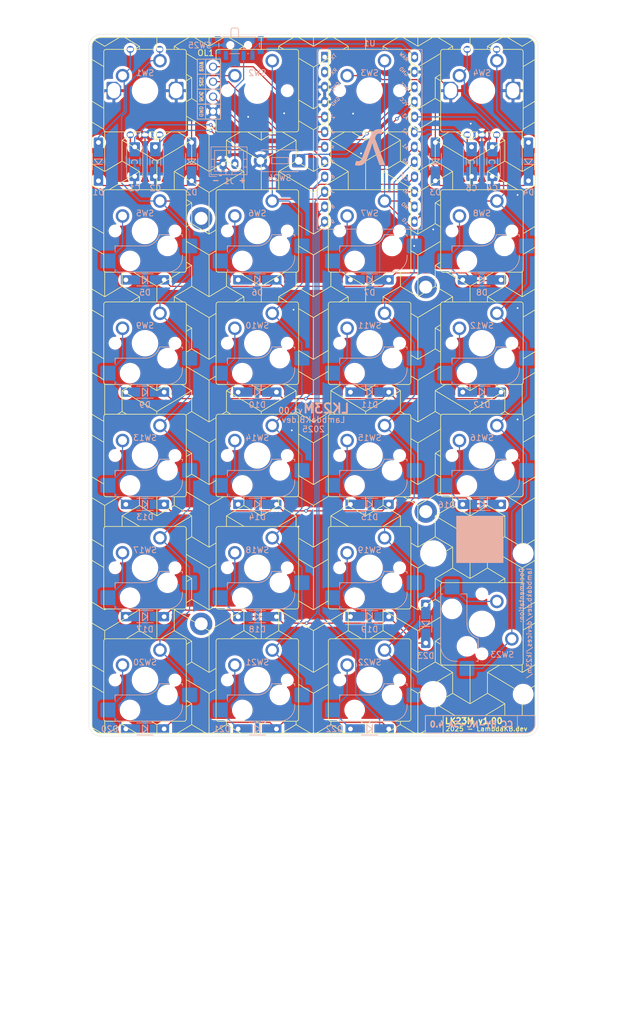
<source format=kicad_pcb>
(kicad_pcb (version 20240108) (generator "pcbnew") (generator_version "8.0")
  (title_block (title "LK23M") (date "2025-01-18") (rev "v1.00") (company "LambdaKB.dev") (comment 1 "https://lambdakb.dev/devices/lk23m/"))
  (layers (0 "F.Cu" signal) (31 "B.Cu" signal) (34 "B.Paste" user) (35 "F.Paste" user) (36 "B.SilkS" user "B.Silkscreen") (37 "F.SilkS" user "F.Silkscreen") (38 "B.Mask" user) (39 "F.Mask" user) (44 "Edge.Cuts" user))
  (net 0 "")
  (net 1 "GND")
  (net 2 "row0")
  (net 3 "Net-(D2-A)")
  (net 4 "Net-(D3-A)")
  (net 5 "Net-(D5-A)")
  (net 6 "row1")
  (net 7 "Net-(D6-A)")
  (net 8 "Net-(D7-A)")
  (net 9 "Net-(D8-A)")
  (net 10 "Net-(D9-A)")
  (net 11 "row2")
  (net 12 "Net-(D10-A)")
  (net 13 "Net-(D11-A)")
  (net 14 "Net-(D12-A)")
  (net 15 "Net-(D13-A)")
  (net 16 "row3")
  (net 17 "Net-(D14-A)")
  (net 18 "Net-(D15-A)")
  (net 19 "Net-(D16-A)")
  (net 20 "row4")
  (net 21 "Net-(D17-A)")
  (net 22 "Net-(D18-A)")
  (net 23 "Net-(D19-A)")
  (net 24 "Net-(D20-A)")
  (net 25 "row5")
  (net 26 "Net-(D21-A)")
  (net 27 "Net-(D22-A)")
  (net 28 "Net-(D23-A)")
  (net 29 "Net-(J1-Pin_2)")
  (net 30 "VCC")
  (net 31 "SCL")
  (net 32 "SDA")
  (net 33 "col1")
  (net 34 "col2")
  (net 35 "RST")
  (net 36 "RAW")
  (net 37 "E2B")
  (net 38 "E2A")
  (net 39 "E1B")
  (net 40 "E1A")
  (net 41 "E1S1")
  (net 42 "E2S1")
  (net 43 "E1S2")
  (net 44 "E2S2")
  (footprint "LKBD_KeySwitch:SW_MX_EC11_THT_sqSilk" (layer "F.Cu") (at 38.1 38.1)
    (property "Reference" "SW1")
    (property "Value" "RotaryEncoder_Switch_MP")
  )
  (footprint "LKBD_KeySwitch:SW_MX_THT_sqSilk" (layer "F.Cu") (at 76.2 38.1)
    (property "Reference" "SW3")
    (property "Value" "SW_Push")
  )
  (footprint "LKBD_KeySwitch:SW_MX_EC11_THT_sqSilk" (layer "F.Cu") (at 95.25 38.1)
    (property "Reference" "SW4")
    (property "Value" "RotaryEncoder_Switch_MP")
  )
  (footprint "MountingHole:MountingHole_2.2mm_M2_ISO14580_Pad" (layer "F.Cu") (at 85.725 109.5375)
    (property "Reference" "H4" (hide yes))
    (property "Value" "MountingHole_Pad")
  )
  (footprint "LKBD_KeySwitch:SW_MX_THT_sqSilk" (layer "F.Cu") (at 57.15 38.1)
    (property "Reference" "SW2")
    (property "Value" "SW_Push")
  )
  (footprint "MountingHole:MountingHole_2.2mm_M2_ISO14580_Pad" (layer "F.Cu") (at 85.725 71.4375)
    (property "Reference" "H2" (hide yes))
    (property "Value" "MountingHole_Pad")
  )
  (footprint "MountingHole:MountingHole_2.2mm_M2_ISO14580_Pad" (layer "F.Cu") (at 47.625 128.5875)
    (property "Reference" "H3" (hide yes))
    (property "Value" "MountingHole_Pad")
  )
  (footprint "LKBD_OLED:OLED_SSD1306_128x32_0.91inch_I2C_btmSilk" (layer "F.Cu") (at 66.675 38.1)
    (property "Reference" "OL1")
    (property "Value" "OLED_I2C_SSD1306")
  )
  (footprint "MountingHole:MountingHole_2.2mm_M2_ISO14580_Pad" (layer "F.Cu") (at 47.625 59.775)
    (property "Reference" "H1" (hide yes))
    (property "Value" "MountingHole_Pad")
  )
  (footprint "LKBD_Common:Diode_SMD+THT_SOD123_DO35_P6.5mm" (layer "B.Cu") (at 57.15 70.212499 180)
    (property "Reference" "D6")
    (property "Value" "1N4148")
  )
  (footprint "LKBD_Common:Diode_SMD+THT_SOD123_DO35_P6.5mm" (layer "B.Cu") (at 95.25 70.212499 180)
    (property "Reference" "D8")
    (property "Value" "1N4148")
  )
  (footprint "LKBD_Common:Diode_SMD+THT_SOD123_DO35_P6.5mm" (layer "B.Cu") (at 95.25 108.312499 180)
    (property "Reference" "D16")
    (property "Value" "1N4148")
  )
  (footprint "LKBD_KeySwitch:SW_MX_HotSwap_THT_sqSilk" (layer "B.Cu") (at 57.15 80.9625 180)
    (property "Reference" "SW10")
    (property "Value" "SW_Push")
  )
  (footprint "LKBD_Common:Diode_SMD+THT_SOD123_DO35_P6.5mm" (layer "B.Cu") (at 76.2 108.312499 180)
    (property "Reference" "D15")
    (property "Value" "1N4148")
  )
  (footprint "LKBD_KeySwitch:SW_MX_HotSwap_THT_sqSilk" (layer "B.Cu") (at 57.15 119.0625 180)
    (property "Reference" "SW18")
    (property "Value" "SW_Push")
  )
  (footprint "LKBD_KeySwitch:SW_MX_HotSwap_THT_sqSilk" (layer "B.Cu") (at 95.25 80.9625 180)
    (property "Reference" "SW12")
    (property "Value" "SW_Push")
  )
  (footprint "LKBD_MCU:MCU_KB2040_DIP-24_Socket_Reverse" (layer "B.Cu") (at 76.2 32.4 180)
    (property "Reference" "U1")
    (property "Value" "ProMicro_RP2040")
  )
  (footprint "LKBD_Common:Diode_SMD+THT_SOD123_DO35_P6.5mm" (layer "B.Cu") (at 85.725 128.5875 90)
    (property "Reference" "D23")
    (property "Value" "1N4148")
  )
  (footprint "LKBD_KeySwitch:SW_MX_HotSwap_THT_sqSilk" (layer "B.Cu") (at 57.15 100.0125 180)
    (property "Reference" "SW14")
    (property "Value" "SW_Push")
  )
  (footprint "LKBD_KeySwitch:SW_MX_HotSwap_THT_sqSilk" (layer "B.Cu") (at 76.2 80.9625 180)
    (property "Reference" "SW11")
    (property "Value" "SW_Push")
  )
  (footprint "LKBD_Common:Diode_SMD+THT_SOD123_DO35_P6.5mm" (layer "B.Cu") (at 87.35 50.15 90)
    (property "Reference" "D3")
    (property "Value" "1N4148")
  )
  (footprint "LKBD_Common:Diode_SMD+THT_SOD123_DO35_P6.5mm" (layer "B.Cu") (at 76.2 70.212499 180)
    (property "Reference" "D7")
    (property "Value" "1N4148")
  )
  (footprint "LKBD_KeySwitch:SW_MX_HotSwap_THT_sqSilk" (layer "B.Cu") (at 38.1 80.9625 180)
    (property "Reference" "SW9")
    (property "Value" "SW_Push")
  )
  (footprint "LKBD_Common:Diode_SMD+THT_SOD123_DO35_P6.5mm" (layer "B.Cu") (at 76.2 89.262499 180)
    (property "Reference" "D11")
    (property "Value" "1N4148")
  )
  (footprint "Button_Switch_SMD:SW_SPDT_PCM12" (layer "B.Cu") (at 54.075 30.705)
    (property "Reference" "SW25")
    (property "Value" "SW_SPST")
  )
  (footprint "LKBD_Common:Capacitor_SMD+THT_1206_5.0x2.5mm_P5.00mm" (layer "B.Cu") (at 39.85 50.15 -90)
    (property "Reference" "C2")
    (property "Value" "100nF")
  )
  (footprint "LKBD_Common:Capacitor_SMD+THT_1206_5.0x2.5mm_P5.00mm" (layer "B.Cu") (at 93.5 50.15 90)
    (property "Reference" "C3")
    (property "Value" "100nF")
  )
  (footprint "LKBD_Common:Diode_SMD+THT_SOD123_DO35_P6.5mm" (layer "B.Cu") (at 38.1 146.412499 180)
    (property "Reference" "D20")
    (property "Value" "1N4148")
  )
  (footprint "LKBD_KeySwitch:SW_MX_2U_HotSwap_THT_sqSilk" (layer "B.Cu") (at 95.25 128.5875 90)
    (property "Reference" "SW23")
    (property "Value" "SW_Push")
  )
  (footprint "LKBD_KeySwitch:SW_MX_HotSwap_THT_sqSilk" (layer "B.Cu") (at 76.2 138.1125 180)
    (property "Reference" "SW22")
    (property "Value" "SW_Push")
  )
  (footprint "LKBD_Common:Capacitor_SMD+THT_1206_5.0x2.5mm_P5.00mm" (layer "B.Cu") (at 36.35 50.15 90)
    (property "Reference" "C1")
    (property "Value" "100nF")
  )
  (footprint "LKBD_Common:Diode_SMD+THT_SOD123_DO35_P6.5mm" (layer "B.Cu") (at 57.15 127.362499 180)
    (property "Reference" "D18")
    (property "Value" "1N4148")
  )
  (footprint "LKBD_Common:Diode_SMD+THT_SOD123_DO35_P6.5mm" (layer "B.Cu") (at 38.1 108.312499 180)
    (property "Reference" "D13")
    (property "Value" "1N4148")
  )
  (footprint "LKBD_Common:Diode_SMD+THT_SOD123_DO35_P6.5mm" (layer "B.Cu") (at 38.1 89.262499 180)
    (property "Reference" "D9")
    (property "Value" "1N4148")
  )
  (footprint "LKBD_Common:Diode_SMD+THT_SOD123_DO35_P6.5mm" (layer "B.Cu") (at 30.2 50.15 90)
    (property "Reference" "D1")
    (property "Value" "1N4148")
  )
  (footprint "LKBD_Common:Diode_SMD+THT_SOD123_DO35_P6.5mm" (layer "B.Cu") (at 46 50.15 90)
    (property "Reference" "D2")
    (property "Value" "1N4148")
  )
  (footprint "LKBD_KeySwitch:SW_MX_HotSwap_THT_sqSilk" (layer "B.Cu") (at 57.15 61.9125 180)
    (property "Reference" "SW6")
    (property "Value" "SW_Push")
  )
  (footprint "Connector_JST:JST_PH_B2B-PH-K_1x02_P2.00mm_Vertical" (layer "B.Cu") (at 51.35 50.55)
    (property "Reference" "J1")
    (property "Value" "Conn_01x02")
  )
  (footprint "LKBD_KeySwitch:SW_MX_HotSwap_THT_sqSilk" (layer "B.Cu") (at 38.1 138.1125 180)
    (property "Reference" "SW20")
    (property "Value" "SW_Push")
  )
  (footprint "LKBD_Common:Diode_SMD+THT_SOD123_DO35_P6.5mm" (layer "B.Cu") (at 38.1 127.362499 180)
    (property "Reference" "D17")
    (property "Value" "1N4148")
  )
  (footprint "LKBD_KeySwitch:SW_MX_HotSwap_THT_sqSilk" (layer "B.Cu") (at 95.25 100.0125 180)
    (property "Reference" "SW16")
    (property "Value" "SW_Push")
  )
  (footprint "LKBD_Common:Diode_SMD+THT_SOD123_DO35_P6.5mm" (layer "B.Cu") (at 57.15 146.412499 180)
    (property "Reference" "D21")
    (property "Value" "1N4148")
  )
  (footprint "LKBD_Common:Diode_SMD+THT_SOD123_DO35_P6.5mm" (layer "B.Cu") (at 57.15 108.312499 180)
    (property "Reference" "D14")
    (property "Value" "1N4148")
  )
  (footprint "LKBD_Common:SW_Push_1P1T_6x3.5mm" (layer "B.Cu") (at 60.92 50 180)
    (property "Reference" "SW24")
    (property "Value" "SW_Push")
  )
  (footprint "LKBD_Common:Diode_SMD+THT_SOD123_DO35_P6.5mm" (layer "B.Cu") (at 76.2 127.362499 180)
    (property "Reference" "D19")
    (property "Value" "1N4148")
  )
  (footprint "LKBD_Common:Diode_SMD+THT_SOD123_DO35_P6.5mm" (layer "B.Cu") (at 76.2 146.412499 180)
    (property "Reference" "D22")
    (property "Value" "1N4148")
  )
  (footprint "LKBD_KeySwitch:SW_MX_HotSwap_THT_sqSilk" (layer "B.Cu") (at 76.2 100.0125 180)
    (property "Reference" "SW15")
    (property "Value" "SW_Push")
  )
  (footprint "LKBD_KeySwitch:SW_MX_HotSwap_THT_sqSilk" (layer "B.Cu") (at 76.2 61.9125 180)
    (property "Reference" "SW7")
    (property "Value" "SW_Push")
  )
  (footprint "LKBD_Common:Diode_SMD+THT_SOD123_DO35_P6.5mm" (layer "B.Cu") (at 38.1 70.212499 180)
    (property "Reference" "D5")
    (property "Value" "1N4148")
  )
  (footprint "LKBD_Common:Capacitor_SMD+THT_1206_5.0x2.5mm_P5.00mm" (layer "B.Cu") (at 97 50.15 -90)
    (property "Reference" "C4")
    (property "Value" "100nF")
  )
  (footprint "LKBD_KeySwitch:SW_MX_HotSwap_THT_sqSilk" (layer "B.Cu") (at 38.1 100.0125 180)
    (property "Reference" "SW13")
    (property "Value" "SW_Push")
  )
  (footprint "LKBD_Common:Diode_SMD+THT_SOD123_DO35_P6.5mm" (layer "B.Cu") (at 103.15 50.15 90)
    (property "Reference" "D4")
    (property "Value" "1N4148")
  )
  (footprint "LKBD_KeySwitch:SW_MX_HotSwap_THT_sqSilk" (layer "B.Cu") (at 38.1 61.9125 180)
    (property "Reference" "SW5")
    (property "Value" "SW_Push")
  )
  (footprint "LKBD_KeySwitch:SW_MX_HotSwap_THT_sqSilk" (layer "B.Cu") (at 95.25 61.9125 180)
    (property "Reference" "SW8")
    (property "Value" "SW_Push")
  )
  (footprint "LKBD_KeySwitch:SW_MX_HotSwap_THT_sqSilk" (layer "B.Cu") (at 57.15 138.1125 180)
    (property "Reference" "SW21")
    (property "Value" "SW_Push")
  )
  (footprint "LKBD_Common:Diode_SMD+THT_SOD123_DO35_P6.5mm" (layer "B.Cu") (at 57.15 89.262499 180)
    (property "Reference" "D10")
    (property "Value" "1N4148")
  )
  (footprint "LKBD_KeySwitch:SW_MX_HotSwap_THT_sqSilk" (layer "B.Cu") (at 38.1 119.0625 180)
    (property "Reference" "SW17")
    (property "Value" "SW_Push")
  )
  (footprint "LKBD_KeySwitch:SW_MX_HotSwap_THT_sqSilk" (layer "B.Cu") (at 76.2 119.0625 180)
    (property "Reference" "SW19")
    (property "Value" "SW_Push")
  )
  (footprint "LKBD_Common:Diode_SMD+THT_SOD123_DO35_P6.5mm" (layer "B.Cu") (at 95.25 89.262499 180)
    (property "Reference" "D12")
    (property "Value" "1N4148")
  )
  (gr_line (start 85.675 144.1375) (end 104.275 144.1375) (stroke (width 0.12)) (layer "B.SilkS"))
  (gr_poly (pts (xy 77.7452 44.632405) (xy 77.68355 44.635426) (xy 77.623095 44.640462) (xy 77.563836 44.647511) (xy 77.505773 44.656575) (xy 77.448906 44.667652) (xy 77.393234 44.680744) (xy 77.338759 44.69585) (xy 77.285479 44.71297) (xy 77.233395 44.732104) (xy 77.182507 44.753252) (xy 77.132815 44.776414) (xy 77.084318 44.801591) (xy 77.037018 44.828781) (xy 76.990913 44.857986) (xy 76.946004 44.889205) (xy 76.901741 44.922674) (xy 76.858579 44.958629) (xy 76.816518 44.99707) (xy 76.775559 45.037998) (xy 76.735702 45.081412) (xy 76.696946 45.127311) (xy 76.659291 45.175697) (xy 76.622738 45.22657) (xy 76.587286 45.279928) (xy 76.552936 45.335773) (xy 76.519688 45.394103) (xy 76.487541 45.45492) (xy 76.456495 45.518223) (xy 76.426551 45.584012) (xy 76.397708 45.652288) (xy 76.369967 45.723049) (xy 74.94397 49.46528) (xy 74.923106 49.518371) (xy 74.9018 49.568882) (xy 74.880054 49.616811) (xy 74.857868 49.66216) (xy 74.83524 49.704929) (xy 74.812172 49.745117) (xy 74.788664 49.782724) (xy 74.764715 49.817751) (xy 74.740325 49.850197) (xy 74.715494 49.880063) (xy 74.690223 49.907348) (xy 74.664512 49.932052) (xy 74.638359 49.954176) (xy 74.611766 49.973719) (xy 74.584733 49.990682) (xy 74.557259 50.005064) (xy 74.529171 50.017479) (xy 74.500297 50.028541) (xy 74.470636 50.03825) (xy 74.440188 50.046605) (xy 74.408953 50.053607) (xy 74.376932 50.059256) (xy 74.344124 50.063552) (xy 74.310529 50.066495) (xy 74.276147 50.068084) (xy 74.240979 50.06832) (xy 74.205023 50.067203) (xy 74.168281 50.064732) (xy 74.130752 50.060908) (xy 74.092437 50.055732) (xy 74.053334 50.049201) (xy 74.013445 50.041318) (xy 73.91677 50.017149) (xy 73.699244 50.730147) (xy 73.722659 50.739147) (xy 73.74859 50.748022) (xy 73.77704 50.756771) (xy 73.808007 50.765393) (xy 73.841491 50.77389) (xy 73.877494 50.782262) (xy 73.916014 50.790507) (xy 73.957051 50.798626) (xy 73.999789 50.806179) (xy 74.043407 50.812725) (xy 74.087907 50.818264) (xy 74.133287 50.822796) (xy 74.179549 50.826321) (xy 74.226691 50.828838) (xy 74.274715 50.830349) (xy 74.323621 50.830852) (xy 74.384516 50.829845) (xy 74.444342 50.826824) (xy 74.503097 50.821789) (xy 74.560782 50.814739) (xy 74.617398 50.805676) (xy 74.672943 50.794598) (xy 74.727419 50.781507) (xy 74.780824 50.766401) (xy 74.833159 50.749281) (xy 74.884425 50.730147) (xy 74.93462 50.708998) (xy 74.983746 50.685836) (xy 75.031801 50.660659) (xy 75.078787 50.633469) (xy 75.124702 50.604264) (xy 75.169548 50.573045) (xy 75.212805 50.53956) (xy 75.25496 50.503558) (xy 75.296013 50.465038) (xy 75.335966 50.424001) (xy 75.374816 50.380445) (xy 75.412565 50.334372) (xy 75.449213 50.285782) (xy 75.484759 50.234674) (xy 75.519203 50.181048) (xy 75.552546 50.124904) (xy 75.584788 50.066243) (xy 75.615928 50.005064) (xy 75.645966 49.941368) (xy 75.674903 49.875154) (xy 75.702739 49.806422) (xy 75.729473 49.735173) (xy 76.305515 48.172217) (xy 76.358386 48.021913) (xy 76.408236 47.87312) (xy 76.455064 47.725838) (xy 76.49887 47.580066) (xy 76.540663 47.43505) (xy 76.581449 47.290033) (xy 76.621228 47.145017) (xy 76.66 47) (xy 76.733514 47.29104) (xy 76.809044 47.584094) (xy 76.827674 47.656729) (xy 76.847311 47.729615) (xy 76.867956 47.802752) (xy 76.889607 47.876142) (xy 76.912266 47.949783) (xy 76.935932 48.023676) (xy 76.960605 48.097821) (xy 76.986286 48.172217) (xy 77.876526 50.730147) (xy 78.835247 50.730147) (xy 77.11519 46.194353) (xy 77.191728 45.980857) (xy 77.211114 45.927797) (xy 77.231003 45.877381) (xy 77.251396 45.829609) (xy 77.272293 45.78448) (xy 77.293693 45.741995) (xy 77.315596 45.702153) (xy 77.338003 45.664955) (xy 77.360914 45.6304) (xy 77.384328 45.598489) (xy 77.408246 45.569221) (xy 77.432667 45.542597) (xy 77.457592 45.518617) (xy 77.48302 45.49728) (xy 77.508951 45.478586) (xy 77.535387 45.462536) (xy 77.562325 45.44913) (xy 77.590035 45.437737) (xy 77.618784 45.42773) (xy 77.648571 45.419107) (xy 77.679396 45.411869) (xy 77.71126 45.406015) (xy 77.744163 45.401546) (xy 77.778104 45.398462) (xy 77.813083 45.396763) (xy 77.849101 45.396448) (xy 77.886158 45.397518) (xy 77.924253 45.399973) (xy 77.963387 45.403812) (xy 78.003559 45.409036) (xy 78.044769 45.415645) (xy 78.087018 45.423639) (xy 78.130306 45.433017) (xy 78.218928 45.44913) (xy 78.436453 44.728076) (xy 78.425045 44.723088) (xy 78.412976 44.718194) (xy 78.400246 44.713395) (xy 78.386855 44.70869) (xy 78.358091 44.699563) (xy 78.326683 44.690814) (xy 78.292632 44.682443) (xy 78.255937 44.67445) (xy 78.216599 44.666834) (xy 78.174618 44.659596) (xy 78.130118 44.652987) (xy 78.085241 44.647259) (xy 78.039986 44.642413) (xy 77.994353 44.638447) (xy 77.948343 44.635363) (xy 77.901955 44.63316) (xy 77.85519 44.631839) (xy 77.808047 44.631398)) (stroke (width -0.000001)) (fill solid) (layer "B.SilkS"))
  (gr_line (start 85.675 144.1375) (end 85.675 147.137382) (stroke (width 0.12)) (layer "B.SilkS"))
  (gr_line (start 85.675 147.137382) (end 102.775 147.1375) (stroke (width 0.12)) (layer "B.SilkS"))
  (gr_line (start 101.275 144.1375) (end 101.275 147.1375) (stroke (width 0.12)) (layer "B.SilkS"))
  (gr_arc (start 104.275 145.6375) (mid 103.83566 146.69816) (end 102.775 147.1375) (stroke (width 0.12)) (layer "B.SilkS"))
  (gr_line (start 104.275 144.1375) (end 104.275 145.6375) (stroke (width 0.12)) (layer "B.SilkS"))
  (gr_rect (start 90.9 110.25) (end 98.9 118.25) (fill solid) (layer "B.SilkS"))
  (gr_poly (pts (xy 31.099683 118.94807) (xy 31.099683 119.088626) (xy 29.075 117.874232) (xy 29.075 117.734187)) (stroke (width -0.000001)) (fill solid) (layer "F.SilkS"))
  (gr_poly (pts (xy 48.967326 119.043666) (xy 50.149682 118.334148) (xy 50.149682 118.473682) (xy 49.026237 119.14754) (xy 49.026237 126.090785) (xy 50.149682 125.416927) (xy 50.149682 125.556964) (xy 48.965776 126.266483) (xy 46.014535 124.497081) (xy 45.099862 125.045367) (xy 45.099862 124.905322) (xy 45.955623 124.391666) (xy 45.955623 120.991351) (xy 45.099862 121.504497) (xy 45.099862 121.36497) (xy 45.899297 120.885936) (xy 45.899297 120.883868) (xy 45.099862 120.404826) (xy 45.099862 120.265819) (xy 46.03779 120.829089) (xy 46.045539 120.832706) (xy 46.074996 120.850276) (xy 46.074996 120.875591) (xy 46.075031 120.876366) (xy 46.075056 120.877141) (xy 46.075071 120.877917) (xy 46.075076 120.878692) (xy 46.075071 120.879467) (xy 46.075056 120.880243) (xy 46.075031 120.881018) (xy 46.074996 120.881793) (xy 46.074998 120.882052) (xy 46.074999 120.882312) (xy 46.074998 120.882572) (xy 46.074996 120.882831) (xy 46.075007 120.883477) (xy 46.07501 120.884124) (xy 46.075007 120.884771) (xy 46.074996 120.885417) (xy 46.074996 124.391666) (xy 48.906863 126.092853) (xy 48.906863 119.14754) (xy 45.099862 116.863956) (xy 45.099862 116.722881)) (stroke (width -0.000001)) (fill solid) (layer "F.SilkS"))
  (gr_poly (pts (xy 48.967843 65.918746) (xy 50.149682 65.209228) (xy 50.149682 65.34772) (xy 49.026237 66.022098) (xy 49.026237 72.963794) (xy 51.858106 71.266223) (xy 51.858106 68.91236) (xy 51.977477 68.91236) (xy 51.977477 71.266223) (xy 54.90133 73.020122) (xy 54.902881 73.022189) (xy 54.903965 73.022823) (xy 54.905036 73.023479) (xy 54.906093 73.024158) (xy 54.907134 73.024858) (xy 54.908161 73.02558) (xy 54.909173 73.026324) (xy 54.910169 73.027088) (xy 54.911149 73.027873) (xy 54.92872 73.037692) (xy 54.92872 73.057326) (xy 54.928755 73.058102) (xy 54.92878 73.058877) (xy 54.928795 73.059653) (xy 54.9288 73.060428) (xy 54.928795 73.061203) (xy 54.92878 73.061978) (xy 54.928755 73.062754) (xy 54.92872 73.063529) (xy 54.928775 73.064498) (xy 54.928814 73.065467) (xy 54.928838 73.066436) (xy 54.928846 73.067405) (xy 54.928838 73.068374) (xy 54.928814 73.069343) (xy 54.928775 73.070312) (xy 54.92872 73.071281) (xy 54.928808 73.072507) (xy 54.928871 73.073734) (xy 54.928909 73.074962) (xy 54.928921 73.07619) (xy 54.928909 73.077418) (xy 54.928871 73.078646) (xy 54.928808 73.079873) (xy 54.92872 73.0811) (xy 54.928749 73.08181) (xy 54.92877 73.08252) (xy 54.928783 73.083231) (xy 54.928787 73.083942) (xy 54.928783 73.084653) (xy 54.92877 73.085363) (xy 54.928749 73.086074) (xy 54.92872 73.086784) (xy 54.92872 73.962184) (xy 54.809346 73.962184) (xy 54.809346 73.178767) (xy 53.502965 73.962184) (xy 53.268873 73.962184) (xy 54.753019 73.071281) (xy 51.919084 71.370094) (xy 51.917016 71.370094) (xy 48.965776 73.141563) (xy 46.016603 71.370094) (xy 46.014535 71.370094) (xy 43.180599 73.071281) (xy 44.665263 73.962184) (xy 44.430135 73.962184) (xy 43.123755 73.178767) (xy 43.123755 73.962184) (xy 43.002832 73.962184) (xy 43.002832 73.038207) (xy 43.020402 73.028388) (xy 43.032288 73.020637) (xy 45.955623 71.266738) (xy 45.955623 67.864364) (xy 45.099862 68.378028) (xy 45.099862 68.238502) (xy 45.899297 67.758945) (xy 45.099862 67.279903) (xy 45.099862 67.140376) (xy 46.03779 67.703651) (xy 46.045539 67.70779) (xy 46.046065 67.708296) (xy 46.046586 67.708808) (xy 46.0471 67.709326) (xy 46.047607 67.709849) (xy 46.048891 67.710457) (xy 46.05016 67.711094) (xy 46.051414 67.711762) (xy 46.052651 67.712458) (xy 46.053871 67.713184) (xy 46.055074 67.713939) (xy 46.056259 67.714722) (xy 46.057426 67.715533) (xy 46.074996 67.725352) (xy 46.074996 67.760494) (xy 46.075051 67.761462) (xy 46.075091 67.762431) (xy 46.075114 67.7634) (xy 46.075122 67.764369) (xy 46.075114 67.765338) (xy 46.075091 67.766307) (xy 46.075051 67.767276) (xy 46.074996 67.768245) (xy 46.074996 71.266223) (xy 48.906863 72.965861) (xy 48.906863 66.022098) (xy 45.099862 63.737483) (xy 45.099862 63.597957)) (stroke (width -0.000001)) (fill solid) (layer "F.SilkS"))
  (gr_poly (pts (xy 104.274547 128.498904) (xy 102.249866 129.712779) (xy 102.249866 129.572742) (xy 104.274547 128.357829)) (stroke (width -0.000001)) (fill solid) (layer "F.SilkS"))
  (gr_poly (pts (xy 57.82105 145.606387) (xy 58.644771 145.112361) (xy 58.877315 145.112361) (xy 57.881511 145.709743) (xy 57.881511 147.136531) (xy 57.760589 147.136531) (xy 57.760589 145.709743) (xy 56.764783 145.112361) (xy 56.997327 145.112361)) (stroke (width -0.000001)) (fill solid) (layer "F.SilkS"))
  (gr_poly (pts (xy 40.112052 71.229533) (xy 43.975899 68.91236) (xy 44.209477 68.91236) (xy 40.172514 71.334953) (xy 40.172514 73.962184) (xy 40.051591 73.962184) (xy 40.051591 71.334953) (xy 36.016178 68.91236) (xy 36.249756 68.91236)) (stroke (width -0.000001)) (fill solid) (layer "F.SilkS"))
  (gr_poly (pts (xy 66.61431 30.463546) (xy 66.61431 29.075) (xy 66.735233 29.075) (xy 66.735233 30.463546) (xy 69.049304 29.075) (xy 69.284431 29.075) (xy 66.674773 30.641313) (xy 64.062011 29.075) (xy 64.29869 29.075)) (stroke (width -0.000001)) (fill solid) (layer "F.SilkS"))
  (gr_poly (pts (xy 104.274547 96.623851) (xy 102.249866 97.837726) (xy 102.249866 97.697688) (xy 104.274547 96.482768)) (stroke (width -0.000001)) (fill solid) (layer "F.SilkS"))
  (gr_poly (pts (xy 48.967843 76.543937) (xy 50.149682 75.834418) (xy 50.149682 75.97343) (xy 49.026237 76.647288) (xy 49.026237 83.588985) (xy 50.149682 82.915641) (xy 50.149682 83.055682) (xy 48.965776 83.766235) (xy 46.016603 81.994765) (xy 46.014535 81.994765) (xy 45.099862 82.54409) (xy 45.099862 82.405078) (xy 45.955623 81.891414) (xy 45.955623 78.491103) (xy 45.099862 79.004253) (xy 45.099862 78.863174) (xy 45.899297 78.383617) (xy 45.099862 77.904578) (xy 45.099862 77.765567) (xy 46.03779 78.328841) (xy 46.045539 78.332458) (xy 46.046065 78.332965) (xy 46.046586 78.333479) (xy 46.0471 78.333999) (xy 46.047607 78.334525) (xy 46.048898 78.335195) (xy 46.050172 78.335895) (xy 46.051428 78.336626) (xy 46.052666 78.337388) (xy 46.053886 78.338179) (xy 46.055086 78.339) (xy 46.056266 78.33985) (xy 46.057426 78.340728) (xy 46.074996 78.350543) (xy 46.074996 78.385684) (xy 46.075051 78.386653) (xy 46.075091 78.387622) (xy 46.075114 78.388591) (xy 46.075122 78.38956) (xy 46.075114 78.390529) (xy 46.075091 78.391498) (xy 46.075051 78.392467) (xy 46.074996 78.393436) (xy 46.074996 81.891414) (xy 48.906863 83.590533) (xy 48.906863 76.647288) (xy 45.099862 74.364227) (xy 45.099862 74.362159) (xy 45.099738 74.355423) (xy 45.09937 74.348791) (xy 45.098769 74.342257) (xy 45.097945 74.335818) (xy 45.095664 74.323207) (xy 45.092605 74.310926) (xy 45.088846 74.29894) (xy 45.084463 74.287218) (xy 45.079535 74.275725) (xy 45.074137 74.264428) (xy 45.068349 74.253295) (xy 45.062247 74.242293) (xy 45.049412 74.220546) (xy 45.03625 74.198922) (xy 45.023381 74.177158)) (stroke (width -0.000001)) (fill solid) (layer "F.SilkS"))
  (gr_arc (start 30.575 147.1375) (mid 29.51434 146.69816) (end 29.075 145.6375) (stroke (width 0.12)) (layer "F.SilkS"))
  (gr_poly (pts (xy 34.270549 145.643077) (xy 36.759802 147.136531) (xy 36.524158 147.136531) (xy 34.20957 145.746951) (xy 31.892399 147.136531) (xy 31.660889 147.136531) (xy 34.149109 145.643604) (xy 34.149109 145.112361) (xy 34.270549 145.112361)) (stroke (width -0.000001)) (fill solid) (layer "F.SilkS"))
  (gr_poly (pts (xy 31.099683 76.448337) (xy 31.099683 76.588378) (xy 29.075 75.373985) (xy 29.075 75.233424)) (stroke (width -0.000001)) (fill solid) (layer "F.SilkS"))
  (gr_poly (pts (xy 31.099683 115.40668) (xy 31.099683 115.545688) (xy 29.075 114.331813) (xy 29.075 114.191768)) (stroke (width -0.000001)) (fill solid) (layer "F.SilkS"))
  (gr_poly (pts (xy 60.887529 30.571033) (xy 61.769126 31.099683) (xy 61.53762 31.099683) (xy 60.832751 30.676453) (xy 60.832751 31.099683) (xy 60.711829 31.099683) (xy 60.711829 30.53796) (xy 60.7294 30.528141) (xy 60.740768 30.52039) (xy 60.770223 30.50282) (xy 63.148891 29.075) (xy 63.384532 29.075)) (stroke (width -0.000001)) (fill solid) (layer "F.SilkS"))
  (gr_poly (pts (xy 96.821254 147.137042) (xy 96.58974 147.137042) (xy 96.590778 147.136531) (xy 96.822284 147.136531)) (stroke (width -0.000001)) (fill solid) (layer "F.SilkS"))
  (gr_poly (pts (xy 63.783992 145.643604) (xy 66.273765 147.136531) (xy 66.041221 147.136531) (xy 63.723533 145.746951) (xy 61.408942 147.136531) (xy 61.172782 147.136531) (xy 63.66307 145.643604) (xy 63.66307 145.112361) (xy 63.749885 145.112361) (xy 63.751118 145.112325) (xy 63.752322 145.112218) (xy 63.753496 145.112046) (xy 63.754645 145.111814) (xy 63.755768 145.111524) (xy 63.756869 145.111182) (xy 63.757949 145.110792) (xy 63.759011 145.110359) (xy 63.761086 145.10938) (xy 63.76311 145.10828) (xy 63.765098 145.107095) (xy 63.767067 145.105859) (xy 63.771008 145.103379) (xy 63.773012 145.102205) (xy 63.775059 145.101122) (xy 63.777165 145.100165) (xy 63.778245 145.099745) (xy 63.779345 145.09937) (xy 63.780468 145.099044) (xy 63.781615 145.098772) (xy 63.78279 145.098558) (xy 63.783992 145.098407)) (stroke (width -0.000001)) (fill solid) (layer "F.SilkS"))
  (gr_poly (pts (xy 96.303455 30.571033) (xy 97.185054 31.099683) (xy 96.954059 31.099683) (xy 96.248676 30.676453) (xy 96.248676 31.099683) (xy 96.129825 31.099683) (xy 96.129825 30.53796) (xy 96.147395 30.528141) (xy 96.158763 30.52039) (xy 98.566882 29.075) (xy 98.799426 29.075)) (stroke (width -0.000001)) (fill solid) (layer "F.SilkS"))
  (gr_poly (pts (xy 72.637717 108.454135) (xy 75.469585 110.153255) (xy 75.469585 107.012363) (xy 75.588439 107.012363) (xy 75.588439 110.155322) (xy 78.420825 108.454135) (xy 78.420825 107.012363) (xy 78.53968 107.012363) (xy 78.53968 108.454135) (xy 81.455783 110.203899) (xy 81.463535 110.208034) (xy 81.492988 110.225604) (xy 81.492988 112.062183) (xy 81.372066 112.062183) (xy 81.372066 110.366161) (xy 78.543815 112.062183) (xy 78.310752 112.062183) (xy 81.315223 110.258678) (xy 78.481288 108.55955) (xy 75.530048 110.328952) (xy 72.576736 108.55955) (xy 69.742801 110.258678) (xy 72.748302 112.062183) (xy 72.514209 112.062183) (xy 69.686477 110.366161) (xy 69.686477 112.062183) (xy 69.599658 112.062183) (xy 69.598479 112.062218) (xy 69.597329 112.062321) (xy 69.596207 112.062487) (xy 69.595111 112.062713) (xy 69.594038 112.062993) (xy 69.592988 112.063324) (xy 69.591957 112.063701) (xy 69.590944 112.06412) (xy 69.588965 112.065067) (xy 69.587036 112.06613) (xy 69.58514 112.067275) (xy 69.583264 112.068468) (xy 69.579506 112.070861) (xy 69.577595 112.071991) (xy 69.575642 112.073033) (xy 69.573631 112.07395) (xy 69.5726 112.074352) (xy 69.571548 112.07471) (xy 69.570475 112.07502) (xy 69.569377 112.075277) (xy 69.568254 112.075478) (xy 69.567104 112.075618) (xy 69.567104 110.225604) (xy 69.596557 110.208034) (xy 72.518344 108.454135) (xy 72.518344 107.012363) (xy 72.637717 107.012363)) (stroke (width -0.000001)) (fill solid) (layer "F.SilkS"))
  (gr_poly (pts (xy 66.674773 76.541869) (xy 69.199683 75.027751) (xy 69.199683 75.169345) (xy 66.735233 76.647288) (xy 66.735233 83.588985) (xy 69.199683 82.111556) (xy 69.199683 82.250568) (xy 66.674773 83.766235) (xy 64.149863 82.252631) (xy 64.149863 82.111037) (xy 66.61431 83.58847) (xy 66.61431 76.647288) (xy 64.149863 75.168826) (xy 64.149863 75.027232)) (stroke (width -0.000001)) (fill solid) (layer "F.SilkS"))
  (gr_poly (pts (xy 31.099683 94.15475) (xy 31.099683 94.295825) (xy 29.075 93.080394) (xy 29.075 92.941386)) (stroke (width -0.000001)) (fill solid) (layer "F.SilkS"))
  (gr_poly (pts (xy 102.151157 93.172893) (xy 102.144974 93.165412) (xy 102.138601 93.158417) (xy 102.132042 93.151864) (xy 102.125301 93.145709) (xy 102.118382 93.139909) (xy 102.111289 93.134421) (xy 102.104028 93.1292) (xy 102.096602 93.124205) (xy 102.089015 93.11939) (xy 102.081273 93.114714) (xy 102.065338 93.1056) (xy 102.031787 93.087115) (xy 102.031787 87.887431) (xy 102.065338 87.868946) (xy 102.081273 87.859832) (xy 102.089015 87.855156) (xy 102.096602 87.850341) (xy 102.104028 87.845345) (xy 102.111289 87.840124) (xy 102.118382 87.834635) (xy 102.125301 87.828835) (xy 102.132042 87.822679) (xy 102.138601 87.816125) (xy 102.144974 87.809128) (xy 102.151157 87.801646)) (stroke (width -0.000001)) (fill solid) (layer "F.SilkS"))
  (gr_poly (pts (xy 31.204047 144.958133) (xy 31.210416 144.965168) (xy 31.21697 144.97176) (xy 31.223706 144.977951) (xy 31.23062 144.983787) (xy 31.237707 144.989309) (xy 31.244964 144.994562) (xy 31.252386 144.999589) (xy 31.25997 145.004434) (xy 31.267712 145.009141) (xy 31.28365 145.018311) (xy 31.31724 145.036906) (xy 31.31724 147.136531) (xy 31.197868 147.136531) (xy 31.197868 144.95061)) (stroke (width -0.000001)) (fill solid) (layer "F.SilkS"))
  (gr_line (start 88.675 147.137382) (end 102.775 147.1375) (stroke (width 0.1)) (layer "F.SilkS"))
  (gr_poly (pts (xy 31.099683 87.073009) (xy 31.099683 87.213569) (xy 29.075 85.999175) (xy 29.075 85.858096)) (stroke (width -0.000001)) (fill solid) (layer "F.SilkS"))
  (gr_line (start 30.575 29.075) (end 102.775 29.075) (stroke (width 0.12)) (layer "F.SilkS"))
  (gr_arc (start 102.775 29.075) (mid 103.83566 29.51434) (end 104.275 30.575) (stroke (width 0.12)) (layer "F.SilkS"))
  (gr_poly (pts (xy 75.588439 131.112178) (xy 75.469585 131.112178) (xy 75.469585 126.062366) (xy 75.588439 126.062366)) (stroke (width -0.000001)) (fill solid) (layer "F.SilkS"))
  (gr_poly (pts (xy 54.901332 30.52039) (xy 54.901728 30.5209) (xy 54.902119 30.521415) (xy 54.902503 30.521934) (xy 54.902881 30.522457) (xy 54.903965 30.523091) (xy 54.905036 30.523747) (xy 54.906093 30.524426) (xy 54.907134 30.525126) (xy 54.908161 30.525848) (xy 54.909173 30.526591) (xy 54.910169 30.527356) (xy 54.911149 30.528141) (xy 54.92872 30.53796) (xy 54.92872 30.557597) (xy 54.928722 30.557855) (xy 54.928723 30.558113) (xy 54.928722 30.558372) (xy 54.92872 30.55863) (xy 54.92873 30.559276) (xy 54.928734 30.559922) (xy 54.92873 30.560568) (xy 54.92872 30.561214) (xy 54.928808 30.56244) (xy 54.928871 30.563667) (xy 54.928909 30.564895) (xy 54.928921 30.566123) (xy 54.928909 30.567352) (xy 54.928871 30.56858) (xy 54.928808 30.569807) (xy 54.92872 30.571033) (xy 54.928775 30.572001) (xy 54.928814 30.57297) (xy 54.928838 30.573939) (xy 54.928846 30.574908) (xy 54.928838 30.575878) (xy 54.928814 30.576847) (xy 54.928775 30.577816) (xy 54.92872 30.578784) (xy 54.928755 30.579559) (xy 54.92878 30.580334) (xy 54.928795 30.581109) (xy 54.9288 30.581885) (xy 54.928795 30.58266) (xy 54.92878 30.583436) (xy 54.928755 30.584211) (xy 54.92872 30.584985) (xy 54.92872 31.099683) (xy 54.809346 31.099683) (xy 54.809346 30.676453) (xy 54.103963 31.099683) (xy 53.873487 31.099683) (xy 54.754569 30.571033) (xy 52.260665 29.075) (xy 52.49476 29.075)) (stroke (width -0.000001)) (fill solid) (layer "F.SilkS"))
  (gr_poly (pts (xy 69.568254 145.099073) (xy 69.569377 145.099273) (xy 69.570475 145.09953) (xy 69.571548 145.099839) (xy 69.5726 145.100196) (xy 69.573631 145.100598) (xy 69.575642 145.101514) (xy 69.577595 145.102555) (xy 69.579506 145.103685) (xy 69.583264 145.106076) (xy 69.58514 145.107269) (xy 69.587036 145.108414) (xy 69.588965 145.109477) (xy 69.590944 145.110424) (xy 69.591957 145.110843) (xy 69.592988 145.11122) (xy 69.594038 145.111551) (xy 69.595111 145.111831) (xy 69.596207 145.112057) (xy 69.597329 145.112223) (xy 69.598479 145.112326) (xy 69.599658 145.112361) (xy 69.686477 145.112361) (xy 69.686477 145.643077) (xy 72.176761 147.136531) (xy 71.944736 147.136531) (xy 69.626014 145.746951) (xy 67.308326 147.136531) (xy 67.075263 147.136531) (xy 69.567104 145.641528) (xy 69.567104 145.098933)) (stroke (width -0.000001)) (fill solid) (layer "F.SilkS"))
  (gr_poly (pts (xy 40.172514 131.112178) (xy 40.051591 131.112178) (xy 40.051591 126.062366) (xy 40.172514 126.062366)) (stroke (width -0.000001)) (fill solid) (layer "F.SilkS"))
  (gr_poly (pts (xy 51.977477 145.640491) (xy 54.471383 147.136531) (xy 54.233154 147.136531) (xy 51.918567 145.746951) (xy 49.599845 147.136531) (xy 49.366784 147.136531) (xy 51.858106 145.643604) (xy 51.858106 145.112361) (xy 51.977477 145.112361)) (stroke (width -0.000001)) (fill solid) (layer "F.SilkS"))
  (gr_poly (pts (xy 57.881511 131.112178) (xy 57.760589 131.112178) (xy 57.760589 126.062366) (xy 57.881511 126.062366)) (stroke (width -0.000001)) (fill solid) (layer "F.SilkS"))
  (gr_poly (pts (xy 54.92872 108.454135) (xy 57.760589 110.153255) (xy 57.760589 107.012363) (xy 57.881511 107.012363) (xy 57.881511 110.153255) (xy 60.711829 108.454135) (xy 60.711829 107.012363) (xy 60.832751 107.012363) (xy 60.832751 108.454135) (xy 63.746783 110.203899) (xy 63.754539 110.208034) (xy 63.783992 110.225604) (xy 63.783992 112.076137) (xy 63.78279 112.075985) (xy 63.781615 112.075771) (xy 63.780468 112.075499) (xy 63.779345 112.075174) (xy 63.778245 112.074799) (xy 63.777165 112.074379) (xy 63.775059 112.073422) (xy 63.773012 112.072339) (xy 63.771008 112.071165) (xy 63.767067 112.068685) (xy 63.765098 112.067449) (xy 63.76311 112.066264) (xy 63.761086 112.065164) (xy 63.759011 112.064185) (xy 63.757949 112.063752) (xy 63.756869 112.063362) (xy 63.755768 112.06302) (xy 63.754645 112.06273) (xy 63.753496 112.062497) (xy 63.752322 112.062325) (xy 63.751118 112.062219) (xy 63.749885 112.062183) (xy 63.66307 112.062183) (xy 63.66307 110.366161) (xy 60.835853 112.062183) (xy 60.599691 112.062183) (xy 63.606227 110.258678) (xy 60.77229 108.55955) (xy 57.82105 110.328952) (xy 54.869807 108.55955) (xy 52.033805 110.258678) (xy 52.033805 110.260745) (xy 55.039308 112.062183) (xy 54.805211 112.062183) (xy 51.977477 110.366161) (xy 51.977477 112.062183) (xy 51.858106 112.062183) (xy 51.858106 110.225604) (xy 51.887561 110.208034) (xy 54.809346 108.454135) (xy 54.809346 107.012363) (xy 54.92872 107.012363)) (stroke (width -0.000001)) (fill solid) (layer "F.SilkS"))
  (gr_poly (pts (xy 75.530048 71.231082) (xy 79.39286 68.91236) (xy 79.625404 68.91236) (xy 75.588439 71.334953) (xy 75.588439 73.962184) (xy 75.469585 73.962184) (xy 75.469585 71.334953) (xy 71.43262 68.91236) (xy 71.666198 68.91236)) (stroke (width -0.000001)) (fill solid) (layer "F.SilkS"))
  (gr_poly (pts (xy 66.674773 65.916679) (xy 69.199683 64.40256) (xy 69.199683 64.543121) (xy 66.735233 66.022098) (xy 66.735233 72.963794) (xy 69.567104 71.266223) (xy 69.567104 68.898925) (xy 69.568254 68.899065) (xy 69.569377 68.899266) (xy 69.570475 68.899524) (xy 69.571548 68.899834) (xy 69.5726 68.900192) (xy 69.573631 68.900594) (xy 69.575642 68.901512) (xy 69.577595 68.902553) (xy 69.579506 68.903684) (xy 69.583264 68.906076) (xy 69.58514 68.907269) (xy 69.587036 68.908414) (xy 69.588965 68.909477) (xy 69.590944 68.910424) (xy 69.591957 68.910843) (xy 69.592988 68.91122) (xy 69.594038 68.91155) (xy 69.595111 68.911831) (xy 69.596207 68.912056) (xy 69.597329 68.912222) (xy 69.598479 68.912325) (xy 69.599658 68.91236) (xy 69.686477 68.91236) (xy 69.686477 71.266223) (xy 72.600509 73.016505) (xy 72.60826 73.020122) (xy 72.608787 73.020629) (xy 72.609307 73.021143) (xy 72.609821 73.021663) (xy 72.610328 73.022189) (xy 72.611612 73.022797) (xy 72.612881 73.023434) (xy 72.614135 73.024101) (xy 72.615372 73.024798) (xy 72.616592 73.025524) (xy 72.617795 73.026279) (xy 72.61898 73.027062) (xy 72.620147 73.027873) (xy 72.637717 73.037692) (xy 72.637717 73.962184) (xy 72.518344 73.962184) (xy 72.518344 73.178767) (xy 71.211963 73.962184) (xy 70.975803 73.962184) (xy 72.461497 73.071281) (xy 69.626014 71.370094) (xy 66.674773 73.141563) (xy 63.723533 71.371642) (xy 60.889596 73.071281) (xy 62.374774 73.962184) (xy 62.138614 73.962184) (xy 60.832751 73.178767) (xy 60.832751 73.962184) (xy 60.711829 73.962184) (xy 60.711829 73.038207) (xy 60.7294 73.028388) (xy 60.740768 73.020637) (xy 63.66307 71.266738) (xy 63.66307 68.91236) (xy 63.749885 68.91236) (xy 63.751118 68.912324) (xy 63.752322 68.912218) (xy 63.753496 68.912046) (xy 63.754645 68.911813) (xy 63.755768 68.911523) (xy 63.756869 68.911181) (xy 63.757949 68.910791) (xy 63.759011 68.910358) (xy 63.761086 68.909378) (xy 63.76311 68.908278) (xy 63.765098 68.907093) (xy 63.767067 68.905857) (xy 63.771008 68.903377) (xy 63.773012 68.902203) (xy 63.775059 68.901121) (xy 63.777165 68.900165) (xy 63.778245 68.899745) (xy 63.779345 68.899371) (xy 63.780468 68.899046) (xy 63.781615 68.898774) (xy 63.78279 68.898561) (xy 63.783992 68.89841) (xy 63.783992 71.266223) (xy 66.61431 72.963794) (xy 66.61431 66.022098) (xy 64.149863 64.542602) (xy 64.149863 64.402042)) (stroke (width -0.000001)) (fill solid) (layer "F.SilkS"))
  (gr_poly (pts (xy 31.099683 33.948087) (xy 31.099683 34.088131) (xy 29.075 32.873218) (xy 29.075 32.733691)) (stroke (width -0.000001)) (fill solid) (layer "F.SilkS"))
  (gr_arc (start 29.075 30.575) (mid 29.51434 29.51434) (end 30.575 29.075) (stroke (width 0.12)) (layer "F.SilkS"))
  (gr_poly (pts (xy 31.099683 44.573279) (xy 31.099683 44.699886) (xy 31.099702 44.700538) (xy 31.09976 44.701173) (xy 31.099853 44.701794) (xy 31.099979 44.702401) (xy 31.100135 44.702994) (xy 31.10032 44.703576) (xy 31.10053 44.704146) (xy 31.100763 44.704707) (xy 31.101289 44.705802) (xy 31.101878 44.706872) (xy 31.10251 44.707923) (xy 31.103166 44.708964) (xy 31.104472 44.711052) (xy 31.105081 44.712116) (xy 31.105637 44.713204) (xy 31.105887 44.71376) (xy 31.106117 44.714325) (xy 31.106324 44.714901) (xy 31.106504 44.715488) (xy 31.106656 44.716088) (xy 31.106777 44.716701) (xy 31.106865 44.717329) (xy 31.106917 44.717973) (xy 29.075 43.498409) (xy 29.075 43.358883)) (stroke (width -0.000001)) (fill solid) (layer "F.SilkS"))
  (gr_line (start 29.075 145.6375) (end 29.075 30.575) (stroke (width 0.12)) (layer "F.SilkS"))
  (gr_poly (pts (xy 93.178584 88.903388) (xy 93.178584 87.962363) (xy 93.297435 87.962363) (xy 93.297435 88.901321) (xy 94.864268 87.962363) (xy 95.097324 87.962363) (xy 93.236972 89.079089) (xy 91.377658 87.962363) (xy 91.610717 87.962363)) (stroke (width -0.000001)) (fill solid) (layer "F.SilkS"))
  (gr_poly (pts (xy 104.274547 61.208438) (xy 102.249866 62.422321) (xy 102.249866 62.281242) (xy 104.274547 61.066846)) (stroke (width -0.000001)) (fill solid) (layer "F.SilkS"))
  (gr_poly (pts (xy 57.760589 46.401075) (xy 57.760589 45.099862) (xy 57.881511 45.099862) (xy 57.881511 46.401075) (xy 60.051404 45.099862) (xy 60.288081 45.099862) (xy 57.82105 46.578841) (xy 55.357118 45.099862) (xy 55.589145 45.099862)) (stroke (width -0.000001)) (fill solid) (layer "F.SilkS"))
  (gr_poly (pts (xy 75.469585 46.401075) (xy 75.469585 45.099862) (xy 75.588439 45.099862) (xy 75.588439 46.40314) (xy 77.760917 45.099862) (xy 77.99398 45.099862) (xy 75.530048 46.578841) (xy 73.064563 45.099862) (xy 73.298141 45.099862)) (stroke (width -0.000001)) (fill solid) (layer "F.SilkS"))
  (gr_line (start 102.775 147.1375) (end 30.575 147.1375) (stroke (width 0.12)) (layer "F.SilkS"))
  (gr_poly (pts (xy 31.137406 55.221208) (xy 31.136537 55.224255) (xy 31.135557 55.227247) (xy 31.133301 55.233078) (xy 31.130711 55.238737) (xy 31.127861 55.244257) (xy 31.124822 55.249673) (xy 31.121667 55.255018) (xy 31.115299 55.265636) (xy 31.112231 55.270976) (xy 31.109337 55.276384) (xy 31.106689 55.281893) (xy 31.10436 55.287538) (xy 31.102422 55.293352) (xy 31.101623 55.296334) (xy 31.100949 55.299371) (xy 31.100408 55.302467) (xy 31.100011 55.305628) (xy 31.099766 55.308857) (xy 31.099683 55.312158) (xy 31.099683 55.338514) (xy 29.075 54.123599) (xy 29.075 53.984075)) (stroke (width -0.000001)) (fill solid) (layer "F.SilkS"))
  (gr_poly (pts (xy 75.469585 88.901321) (xy 75.469585 87.962363) (xy 75.588439 87.962363) (xy 75.588439 88.903388) (xy 77.156821 87.962363) (xy 77.389365 87.962363) (xy 75.530048 89.079089) (xy 73.669692 87.962363) (xy 73.90327 87.962363)) (stroke (width -0.000001)) (fill solid) (layer "F.SilkS"))
  (gr_poly (pts (xy 46.016086 35.815157) (xy 46.03779 35.82911) (xy 46.045541 35.832727) (xy 46.046067 35.833234) (xy 46.046587 35.833748) (xy 46.0471 35.834268) (xy 46.047607 35.834794) (xy 46.048891 35.835402) (xy 46.05016 35.83604) (xy 46.051414 35.836707) (xy 46.052651 35.837404) (xy 46.053871 35.83813) (xy 46.055074 35.838884) (xy 46.056259 35.839667) (xy 46.057426 35.840479) (xy 46.074996 35.850297) (xy 46.074996 35.874068) (xy 46.075026 35.874778) (xy 46.075047 35.875489) (xy 46.075059 35.8762) (xy 46.075063 35.87691) (xy 46.075059 35.877621) (xy 46.075047 35.878332) (xy 46.075026 35.879042) (xy 46.074996 35.879753) (xy 46.074996 35.88337) (xy 46.075084 35.884596) (xy 46.075147 35.885823) (xy 46.075185 35.887051) (xy 46.075198 35.888279) (xy 46.075185 35.889508) (xy 46.075147 35.890736) (xy 46.075084 35.891963) (xy 46.074996 35.893189) (xy 46.074996 39.391166) (xy 46.977782 39.933252) (xy 46.977782 40.073295) (xy 46.014535 39.495036) (xy 45.099862 40.04384) (xy 45.099862 39.90483) (xy 45.955623 39.391166) (xy 45.955623 35.989307) (xy 45.099862 36.50297) (xy 45.099862 36.363961) (xy 45.901363 35.88337) (xy 45.099862 35.403296) (xy 45.099862 35.26532)) (stroke (width -0.000001)) (fill solid) (layer "F.SilkS"))
  (gr_poly (pts (xy 31.197868 126.090785) (xy 31.197868 125.900615) (xy 31.204047 125.908137) (xy 31.210416 125.915172) (xy 31.21697 125.921764) (xy 31.223706 125.927955) (xy 31.23062 125.93379) (xy 31.237707 125.939312) (xy 31.244964 125.944564) (xy 31.252386 125.949591) (xy 31.25997 125.954436) (xy 31.267712 125.959142) (xy 31.28365 125.968313) (xy 31.31724 125.986911) (xy 31.31724 126.092853) (xy 31.421627 126.030322) (xy 31.424273 126.030978) (xy 31.426868 126.031738) (xy 31.431916 126.033539) (xy 31.436804 126.035659) (xy 31.44156 126.038033) (xy 31.446217 126.040594) (xy 31.450805 126.043277) (xy 31.459896 126.048747) (xy 31.464461 126.051402) (xy 31.46908 126.053917) (xy 31.473785 126.056225) (xy 31.478605 126.05826) (xy 31.481068 126.059155) (xy 31.483571 126.059958) (xy 31.486119 126.060659) (xy 31.488715 126.061252) (xy 31.491363 126.061727) (xy 31.494067 126.062076) (xy 31.496831 126.062292) (xy 31.499658 126.062366) (xy 31.599394 126.062366) (xy 31.258846 126.266483) (xy 29.075 124.957004) (xy 29.075 124.816959)) (stroke (width -0.000001)) (fill solid) (layer "F.SilkS"))
  (gr_poly (pts (xy 93.23904 71.231082) (xy 97.101855 68.91236) (xy 97.334399 68.91236) (xy 93.297435 71.334953) (xy 93.297435 73.962184) (xy 93.178584 73.962184) (xy 93.178584 71.334953) (xy 89.14162 68.91236) (xy 89.374679 68.91236)) (stroke (width -0.000001)) (fill solid) (layer "F.SilkS"))
  (gr_poly (pts (xy 104.274547 124.958553) (xy 102.249866 126.172435) (xy 102.249866 126.03342) (xy 104.274547 124.817477)) (stroke (width -0.000001)) (fill solid) (layer "F.SilkS"))
  (gr_poly (pts (xy 93.178584 46.40314) (xy 93.178584 45.099862) (xy 93.297435 45.099862) (xy 93.297435 46.401075) (xy 95.469394 45.099862) (xy 95.700908 45.099862) (xy 93.236972 46.578841) (xy 90.773044 45.099862) (xy 91.006622 45.099862)) (stroke (width -0.000001)) (fill solid) (layer "F.SilkS"))
  (gr_poly (pts (xy 40.112052 145.606387) (xy 40.935775 145.112361) (xy 41.168319 145.112361) (xy 40.172514 145.709743) (xy 40.172514 147.136531) (xy 40.051591 147.136531) (xy 40.051591 145.709743) (xy 39.055786 145.112361) (xy 39.28833 145.112361)) (stroke (width -0.000001)) (fill solid) (layer "F.SilkS"))
  (gr_poly (pts (xy 75.588439 31.099683) (xy 75.469585 31.099683) (xy 75.469585 29.075) (xy 75.588439 29.075)) (stroke (width -0.000001)) (fill solid) (layer "F.SilkS"))
  (gr_poly (pts (xy 88.249683 95.614604) (xy 84.444228 97.897159) (xy 84.444228 104.840915) (xy 87.274032 103.141277) (xy 87.274032 99.600414) (xy 87.303485 99.582843) (xy 88.249683 99.015437) (xy 88.249683 99.154445) (xy 87.4518 99.633487) (xy 88.249683 100.11201) (xy 88.249683 100.253604) (xy 87.395473 99.74097) (xy 87.395473 103.141277) (xy 88.249683 103.65443) (xy 88.249683 103.795505) (xy 87.33501 103.247218) (xy 84.383769 105.01662) (xy 83.199863 104.306583) (xy 83.199863 104.166537) (xy 84.322791 104.840915) (xy 84.322791 97.897159) (xy 83.199863 97.223811) (xy 83.199863 97.081699) (xy 84.383769 97.791736) (xy 88.249683 95.472499)) (stroke (width -0.000001)) (fill solid) (layer "F.SilkS"))
  (gr_poly (pts (xy 31.31724 108.52235) (xy 31.31724 112.13763) (xy 31.28365 112.156229) (xy 31.267712 112.165401) (xy 31.25997 112.170108) (xy 31.252386 112.174954) (xy 31.244964 112.179981) (xy 31.237707 112.185234) (xy 31.23062 112.190757) (xy 31.223706 112.196592) (xy 31.21697 112.202784) (xy 31.210416 112.209376) (xy 31.204047 112.216411) (xy 31.197868 112.223933) (xy 31.197868 108.52235) (xy 29.075 107.249042) (xy 29.075 107.108997) (xy 31.258846 108.418994) (xy 33.601855 107.012363) (xy 33.834916 107.012363)) (stroke (width -0.000001)) (fill solid) (layer "F.SilkS"))
  (gr_poly (pts (xy 66.674773 87.166545) (xy 69.199683 85.652423) (xy 69.199683 85.794021) (xy 66.735233 87.272479) (xy 66.735233 94.213657) (xy 69.567104 92.516605) (xy 69.567104 88.975219) (xy 69.596557 88.957648) (xy 71.254337 87.962363) (xy 71.486366 87.962363) (xy 69.74332 89.008807) (xy 75.530048 92.481467) (xy 81.315223 89.008807) (xy 79.572177 87.962363) (xy 79.803687 87.962363) (xy 81.455783 88.954032) (xy 81.463535 88.957648) (xy 81.492988 88.975219) (xy 81.492988 92.516605) (xy 82.319293 93.012183) (xy 82.083133 93.012183) (xy 81.432529 92.622028) (xy 80.781406 93.012183) (xy 80.546275 93.012183) (xy 81.372066 92.516605) (xy 81.372066 89.116294) (xy 75.588439 92.584819) (xy 75.588439 93.012183) (xy 75.469585 93.012183) (xy 75.469585 92.584819) (xy 69.686477 89.116294) (xy 69.686477 92.516605) (xy 70.511749 93.012183) (xy 70.27972 93.012183) (xy 69.626014 92.619956) (xy 66.674773 94.391429) (xy 63.723533 92.622028) (xy 63.072925 93.012183) (xy 62.83728 93.012183) (xy 63.66307 92.516605) (xy 63.66307 89.116294) (xy 57.881511 92.584819) (xy 57.881511 93.012183) (xy 57.760589 93.012183) (xy 57.760589 92.584819) (xy 51.977477 89.116294) (xy 51.977477 92.516605) (xy 52.803785 93.012183) (xy 52.572274 93.012183) (xy 51.919084 92.619956) (xy 51.917016 92.619956) (xy 51.263826 93.012183) (xy 51.031284 93.012183) (xy 51.858106 92.516605) (xy 51.858106 88.975219) (xy 51.887561 88.957648) (xy 53.545341 87.962363) (xy 53.778402 87.962363) (xy 52.033805 89.008807) (xy 57.82105 92.4794) (xy 63.606227 89.008807) (xy 61.861629 87.962363) (xy 62.095721 87.962363) (xy 63.746783 88.954032) (xy 63.754539 88.957648) (xy 63.783992 88.975219) (xy 63.783992 92.516605) (xy 66.61431 94.213657) (xy 66.61431 87.272479) (xy 64.149863 85.794021) (xy 64.149863 85.651908)) (stroke (width -0.000001)) (fill solid) (layer "F.SilkS"))
  (gr_poly (pts (xy 60.889596 126.196201) (xy 66.674773 129.666789) (xy 72.461497 126.198268) (xy 72.461497 126.196201) (xy 72.238258 126.062366) (xy 72.468734 126.062366) (xy 72.600509 126.141429) (xy 72.60826 126.145045) (xy 72.637717 126.162616) (xy 72.637717 126.187938) (xy 72.637753 126.188713) (xy 72.637778 126.189489) (xy 72.637793 126.190264) (xy 72.637798 126.19104) (xy 72.637793 126.191816) (xy 72.637778 126.192593) (xy 72.637753 126.19337) (xy 72.637717 126.194148) (xy 72.637717 126.196208) (xy 72.637805 126.197433) (xy 72.637868 126.19866) (xy 72.637905 126.199887) (xy 72.637918 126.201114) (xy 72.637905 126.202341) (xy 72.637868 126.203568) (xy 72.637805 126.204794) (xy 72.637717 126.20602) (xy 72.637717 129.703998) (xy 74.984859 131.112178) (xy 74.751281 131.112178) (xy 72.576736 129.809421) (xy 70.406326 131.112178) (xy 70.172233 131.112178) (xy 72.518344 129.703998) (xy 72.518344 126.303691) (xy 66.735233 129.772212) (xy 66.735233 136.715968) (xy 69.199683 135.237003) (xy 69.199683 135.377559) (xy 66.674773 136.891673) (xy 64.149863 135.377559) (xy 64.149863 135.235957) (xy 66.61431 136.715968) (xy 66.61431 129.772212) (xy 60.832751 126.303691) (xy 60.832751 129.703998) (xy 63.177829 131.112178) (xy 62.945285 131.112178) (xy 60.77229 129.809421) (xy 58.599296 131.112178) (xy 58.366235 131.112178) (xy 60.711829 129.703998) (xy 60.711829 126.163135) (xy 60.740768 126.145564) (xy 60.87926 126.062366) (xy 61.112838 126.062366)) (stroke (width -0.000001)) (fill solid) (layer "F.SilkS"))
  (gr_poly (pts (xy 102.151157 147.137042) (xy 102.031787 147.137042) (xy 102.031787 147.136531) (xy 102.151157 147.136531)) (stroke (width -0.000001)) (fill solid) (layer "F.SilkS"))
  (gr_poly (pts (xy 46.03779 142.078441) (xy 46.045539 142.082568) (xy 46.074996 142.100139) (xy 46.074996 142.129604) (xy 46.075017 142.130508) (xy 46.075023 142.131412) (xy 46.075017 142.132316) (xy 46.074996 142.13322) (xy 46.074996 142.13528) (xy 46.075059 142.136313) (xy 46.075104 142.137347) (xy 46.07513 142.138381) (xy 46.075139 142.139415) (xy 46.07513 142.140449) (xy 46.075104 142.141483) (xy 46.075059 142.142517) (xy 46.074996 142.14355) (xy 46.074996 145.643604) (xy 48.563216 147.136531) (xy 48.332221 147.136531) (xy 46.014535 145.746951) (xy 43.699947 147.136531) (xy 43.463786 147.136531) (xy 45.955623 145.641528) (xy 45.955623 142.241222) (xy 45.099862 142.754367) (xy 45.099862 142.61536) (xy 45.899297 142.135799) (xy 45.099862 141.656238) (xy 45.099862 141.51517)) (stroke (width -0.000001)) (fill solid) (layer "F.SilkS"))
  (gr_poly (pts (xy 66.674773 34.041622) (xy 69.199683 32.528019) (xy 69.199683 32.668062) (xy 66.735233 34.147042) (xy 66.735233 41.088737) (xy 69.199683 39.611308) (xy 69.199683 39.750834) (xy 66.674773 41.266503) (xy 64.149863 39.752901) (xy 64.149863 39.610791) (xy 66.61431 41.088737) (xy 66.61431 34.147042) (xy 64.149863 32.667546) (xy 64.149863 32.527502)) (stroke (width -0.000001)) (fill solid) (layer "F.SilkS"))
  (gr_poly (pts (xy 104.274547 39.958573) (xy 102.249866 41.172453) (xy 102.249866 41.031376) (xy 104.274547 39.816463)) (stroke (width -0.000001)) (fill solid) (layer "F.SilkS"))
  (gr_poly (pts (xy 57.760589 88.901321) (xy 57.760589 87.962363) (xy 57.881511 87.962363) (xy 57.881511 88.901321) (xy 59.44679 87.962363) (xy 59.68295 87.962363) (xy 57.82105 89.079089) (xy 55.960696 87.962363) (xy 56.194274 87.962363)) (stroke (width -0.000001)) (fill solid) (layer "F.SilkS"))
  (gr_poly (pts (xy 31.099683 140.2) (xy 31.099683 140.338489) (xy 29.075 139.124103) (xy 29.075 138.985088)) (stroke (width -0.000001)) (fill solid) (layer "F.SilkS"))
  (gr_poly (pts (xy 93.297435 147.137042) (xy 93.178584 147.137042) (xy 93.178584 147.136531) (xy 93.297435 147.136531)) (stroke (width -0.000001)) (fill solid) (layer "F.SilkS"))
  (gr_poly (pts (xy 43.178532 30.571033) (xy 44.059615 31.099683) (xy 43.829138 31.099683) (xy 43.123755 30.676453) (xy 43.123755 31.099683) (xy 43.002832 31.099683) (xy 43.002832 30.53796) (xy 43.020402 30.528141) (xy 43.032288 30.52039) (xy 45.438342 29.075) (xy 45.672437 29.075)) (stroke (width -0.000001)) (fill solid) (layer "F.SilkS"))
  (gr_poly (pts (xy 31.099683 65.823146) (xy 31.099683 65.963187) (xy 29.075 64.748275) (xy 29.075 64.608234)) (stroke (width -0.000001)) (fill solid) (layer "F.SilkS"))
  (gr_poly (pts (xy 90.287803 30.50282) (xy 90.309505 30.516256) (xy 90.317256 30.52039) (xy 90.317783 30.520897) (xy 90.318303 30.521411) (xy 90.318817 30.521931) (xy 90.319324 30.522457) (xy 90.320608 30.523065) (xy 90.321877 30.523702) (xy 90.323131 30.52437) (xy 90.324368 30.525066) (xy 90.325588 30.525792) (xy 90.326791 30.526547) (xy 90.327976 30.52733) (xy 90.329143 30.528141) (xy 90.346713 30.53796) (xy 90.346713 30.565348) (xy 90.34672 30.565865) (xy 90.346722 30.566382) (xy 90.34672 30.566899) (xy 90.346713 30.567415) (xy 90.346718 30.567803) (xy 90.346719 30.568191) (xy 90.346718 30.568578) (xy 90.346713 30.568966) (xy 90.346713 31.099683) (xy 90.22734 31.099683) (xy 90.22734 30.676453) (xy 89.521957 31.099683) (xy 89.288898 31.099683) (xy 90.170497 30.571033) (xy 88.750945 29.719405) (xy 87.674525 29.075) (xy 87.909133 29.075)) (stroke (width -0.000001)) (fill solid) (layer "F.SilkS"))
  (gr_poly (pts (xy 104.274547 103.70869) (xy 102.249866 104.922565) (xy 102.249866 104.783038) (xy 104.274547 103.567096)) (stroke (width -0.000001)) (fill solid) (layer "F.SilkS"))
  (gr_poly (pts (xy 31.099683 104.782008) (xy 31.099683 104.921016) (xy 29.075 103.707133) (xy 29.075 103.566577)) (stroke (width -0.000001)) (fill solid) (layer "F.SilkS"))
  (gr_poly (pts (xy 75.52798 145.608463) (xy 76.3548 145.112361) (xy 76.584762 145.112361) (xy 75.588439 145.709743) (xy 75.588439 147.136531) (xy 75.469585 147.136531) (xy 75.469585 145.709743) (xy 74.473781 145.112361) (xy 74.701671 145.112361)) (stroke (width -0.000001)) (fill solid) (layer "F.SilkS"))
  (gr_poly (pts (xy 40.051591 46.401075) (xy 40.051591 45.099862) (xy 40.172514 45.099862) (xy 40.172514 46.401075) (xy 42.342407 45.099862) (xy 42.579085 45.099862) (xy 40.112052 46.578841) (xy 37.64502 45.099862) (xy 37.881698 45.099862)) (stroke (width -0.000001)) (fill solid) (layer "F.SilkS"))
  (gr_poly (pts (xy 40.051591 88.901321) (xy 40.051591 87.962363) (xy 40.172514 87.962363) (xy 40.172514 88.901321) (xy 41.737793 87.962363) (xy 41.974471 87.962363) (xy 40.112052 89.079089) (xy 38.249634 87.962363) (xy 38.486312 87.962363)) (stroke (width -0.000001)) (fill solid) (layer "F.SilkS"))
  (gr_poly (pts (xy 102.151157 136.717532) (xy 104.274547 135.442149) (xy 104.274547 135.583232) (xy 102.092761 136.891673) (xy 99.917705 135.58736) (xy 100.151279 135.58736) (xy 102.031787 136.715968) (xy 102.031787 135.512431) (xy 102.065338 135.493946) (xy 102.081273 135.484832) (xy 102.089015 135.480156) (xy 102.096602 135.475341) (xy 102.104028 135.470345) (xy 102.111289 135.465124) (xy 102.118382 135.459635) (xy 102.125301 135.453835) (xy 102.132042 135.447679) (xy 102.138601 135.441125) (xy 102.144974 135.434128) (xy 102.151157 135.426646)) (stroke (width -0.000001)) (fill solid) (layer "F.SilkS"))
  (gr_line (start 104.275 30.575) (end 104.275 145.6375) (stroke (width 0.12)) (layer "F.SilkS"))
  (gr_poly (pts (xy 102.092761 30.500753) (xy 103.789821 29.48221) (xy 103.801183 29.492957) (xy 103.812232 29.503783) (xy 103.823032 29.5147) (xy 103.833649 29.525721) (xy 103.844149 29.536858) (xy 103.854598 29.548125) (xy 103.875606 29.571094) (xy 102.092761 30.641313) (xy 99.483104 29.075) (xy 99.717197 29.075)) (stroke (width -0.000001)) (fill solid) (layer "F.SilkS"))
  (gr_poly (pts (xy 93.297435 31.099683) (xy 93.178584 31.099683) (xy 93.178584 29.075) (xy 93.297435 29.075)) (stroke (width -0.000001)) (fill solid) (layer "F.SilkS"))
  (gr_poly (pts (xy 101.692271 147.137042) (xy 101.460246 147.137042) (xy 101.459209 147.136531) (xy 101.691753 147.136531)) (stroke (width -0.000001)) (fill solid) (layer "F.SilkS"))
  (gr_poly (pts (xy 72.578803 30.50282) (xy 72.600509 30.516256) (xy 72.60826 30.52039) (xy 72.608787 30.520897) (xy 72.609307 30.521411) (xy 72.609821 30.521931) (xy 72.610328 30.522457) (xy 72.611612 30.523065) (xy 72.612881 30.523702) (xy 72.614135 30.52437) (xy 72.615372 30.525066) (xy 72.616592 30.525792) (xy 72.617795 30.526547) (xy 72.61898 30.52733) (xy 72.620147 30.528141) (xy 72.637717 30.53796) (xy 72.637717 30.561214) (xy 72.637753 30.561989) (xy 72.637778 30.562764) (xy 72.637793 30.563539) (xy 72.637798 30.564315) (xy 72.637793 30.56509) (xy 72.637778 30.565866) (xy 72.637753 30.566641) (xy 72.637717 30.567415) (xy 72.637739 30.56832) (xy 72.637746 30.569224) (xy 72.637739 30.570128) (xy 72.637717 30.571033) (xy 72.637772 30.572001) (xy 72.637812 30.57297) (xy 72.637835 30.573939) (xy 72.637843 30.574908) (xy 72.637835 30.575878) (xy 72.637812 30.576847) (xy 72.637772 30.577816) (xy 72.637717 30.578784) (xy 72.637717 31.099683) (xy 72.518344 31.099683) (xy 72.518344 30.676453) (xy 71.812961 31.099683) (xy 71.581966 31.099683) (xy 72.463565 30.571033) (xy 69.969661 29.075) (xy 70.200137 29.075)) (stroke (width -0.000001)) (fill solid) (layer "F.SilkS"))
  (gr_poly (pts (xy 48.967843 97.793803) (xy 50.149682 97.084285) (xy 50.149682 97.223293) (xy 49.026237 97.897159) (xy 49.026237 104.840915) (xy 50.149682 104.166537) (xy 50.149682 104.307101) (xy 48.965776 105.01662) (xy 46.014535 103.247218) (xy 45.099862 103.795505) (xy 45.099862 103.654941) (xy 45.955623 103.141277) (xy 45.955623 99.74097) (xy 45.099862 100.254115) (xy 45.099862 100.11304) (xy 45.899297 99.633487) (xy 45.099862 99.154445) (xy 45.099862 99.015437) (xy 46.03779 99.578708) (xy 46.045539 99.582843) (xy 46.074996 99.600414) (xy 46.074996 103.141277) (xy 48.906863 104.842471) (xy 48.906863 97.897159) (xy 45.099862 95.614093) (xy 45.099862 95.47301)) (stroke (width -0.000001)) (fill solid) (layer "F.SilkS"))
  (gr_poly (pts (xy 88.249683 84.989932) (xy 84.444228 87.272479) (xy 84.444228 94.213657) (xy 87.274032 92.516605) (xy 87.274032 88.975219) (xy 87.303485 88.957648) (xy 88.962817 87.962363) (xy 89.194846 87.962363) (xy 87.4518 89.008807) (xy 93.23904 92.481467) (xy 99.024219 89.008807) (xy 97.27962 87.962363) (xy 97.511653 87.962363) (xy 99.162715 88.954032) (xy 99.170467 88.957648) (xy 99.199916 88.975219) (xy 99.199916 92.516605) (xy 100.026744 93.012183) (xy 99.794711 93.012183) (xy 99.141521 92.619956) (xy 98.487819 93.012183) (xy 98.255275 93.012183) (xy 99.081065 92.516605) (xy 99.081065 89.116294) (xy 93.297435 92.584819) (xy 93.297435 93.012183) (xy 93.178584 93.012183) (xy 93.178584 92.584819) (xy 87.395473 89.116294) (xy 87.395473 92.516605) (xy 88.395412 93.117084) (xy 88.389566 93.122391) (xy 88.384176 93.127896) (xy 88.379194 93.133585) (xy 88.374574 93.139446) (xy 88.370266 93.145465) (xy 88.366222 93.151629) (xy 88.362395 93.157925) (xy 88.358736 93.16434) (xy 88.351733 93.177475) (xy 88.344828 93.190928) (xy 88.337639 93.204595) (xy 88.333817 93.211476) (xy 88.32978 93.218372) (xy 87.33501 92.622028) (xy 84.383769 94.391429) (xy 83.199863 93.681392) (xy 83.199863 93.540317) (xy 84.322791 94.213657) (xy 84.322791 87.272479) (xy 83.199863 86.599136) (xy 83.199863 86.456512) (xy 84.383769 87.16706) (xy 88.249683 84.847305)) (stroke (width -0.000001)) (fill solid) (layer "F.SilkS"))
  (gr_poly (pts (xy 78.598594 126.196201) (xy 84.383769 129.666789) (xy 88.249683 127.347552) (xy 88.249683 127.489665) (xy 84.444228 129.772212) (xy 84.444228 136.715968) (xy 87.274032 135.016338) (xy 87.274032 131.475467) (xy 87.303485 131.457896) (xy 88.249683 130.890491) (xy 88.249683 131.031573) (xy 87.4518 131.510608) (xy 88.249683 131.989131) (xy 88.249683 132.128658) (xy 87.395473 131.616031) (xy 87.395473 135.016338) (xy 90.309505 136.766101) (xy 90.317256 136.770236) (xy 90.346713 136.787807) (xy 90.346713 136.817256) (xy 90.346739 136.818287) (xy 90.346748 136.819321) (xy 90.346739 136.820356) (xy 90.346713 136.821391) (xy 90.346713 140.329189) (xy 93.178584 142.030383) (xy 93.178584 135.58736) (xy 93.297435 135.58736) (xy 93.297435 142.028308) (xy 96.129825 140.329189) (xy 96.129825 136.787807) (xy 96.158763 136.770236) (xy 98.129703 135.58736) (xy 98.364825 135.58736) (xy 96.305522 136.821391) (xy 96.305522 136.822948) (xy 102.090701 140.294047) (xy 104.274547 138.983539) (xy 104.274547 139.123576) (xy 102.151157 140.397403) (xy 102.151157 144.137233) (xy 102.031787 144.137233) (xy 102.031787 140.397403) (xy 96.248676 136.928371) (xy 96.248676 140.328159) (xy 99.162715 142.078441) (xy 99.170467 142.082568) (xy 99.199916 142.100139) (xy 99.199916 142.125461) (xy 99.199946 142.126173) (xy 99.199968 142.126884) (xy 99.19998 142.127596) (xy 99.199985 142.128307) (xy 99.19998 142.129018) (xy 99.199968 142.129729) (xy 99.199946 142.13044) (xy 99.199916 142.131152) (xy 99.199916 142.13528) (xy 99.199979 142.136313) (xy 99.200023 142.137347) (xy 99.20005 142.138381) (xy 99.200059 142.139415) (xy 99.20005 142.140449) (xy 99.200023 142.141483) (xy 99.199979 142.142517) (xy 99.199916 142.14355) (xy 99.199916 144.137233) (xy 99.081065 144.137233) (xy 99.081065 142.241222) (xy 95.919498 144.137233) (xy 95.689021 144.137233) (xy 99.024219 142.135799) (xy 96.188213 140.434611) (xy 93.236972 142.204013) (xy 90.285735 140.434611) (xy 87.4518 142.135799) (xy 90.78596 144.137233) (xy 90.556518 144.137233) (xy 87.395473 142.241222) (xy 87.395473 144.137233) (xy 87.274032 144.137233) (xy 87.274032 142.100658) (xy 87.303485 142.083087) (xy 90.22734 140.329189) (xy 90.22734 136.928371) (xy 84.444228 140.397403) (xy 84.444228 147.136531) (xy 84.322791 147.136531) (xy 84.322791 140.397403) (xy 83.199863 139.724063) (xy 83.199863 139.584529) (xy 84.381702 140.294047) (xy 90.168945 136.821391) (xy 87.33501 135.121761) (xy 84.383769 136.891673) (xy 83.199863 136.181644) (xy 83.199863 136.041599) (xy 84.322791 136.715968) (xy 84.322791 129.772212) (xy 78.53968 126.303691) (xy 78.53968 129.703998) (xy 80.88631 131.112178) (xy 80.654281 131.112178) (xy 78.481288 129.809421) (xy 76.308292 131.112178) (xy 76.076267 131.112178) (xy 78.420825 129.703998) (xy 78.420825 126.163135) (xy 78.449764 126.145564) (xy 78.588256 126.062366) (xy 78.821834 126.062366)) (stroke (width -0.000001)) (fill solid) (layer "F.SilkS"))
  (gr_poly (pts (xy 104.274547 93.083499) (xy 102.249866 94.297374) (xy 102.249866 94.156299) (xy 104.274547 92.941901)) (stroke (width -0.000001)) (fill solid) (layer "F.SilkS"))
  (gr_poly (pts (xy 66.674773 119.042117) (xy 69.199683 117.528514) (xy 69.199683 117.669078) (xy 66.735233 119.14754) (xy 66.735233 126.090785) (xy 69.199683 124.612323) (xy 69.199683 124.752879) (xy 66.674773 126.266483) (xy 64.149863 124.752879) (xy 64.149863 124.611285) (xy 66.61431 126.090785) (xy 66.61431 119.14754) (xy 64.149863 117.669078) (xy 64.149863 117.526965)) (stroke (width -0.000001)) (fill solid) (layer "F.SilkS"))
  (gr_poly (pts (xy 30.857837 147.136531) (xy 30.625293 147.136531) (xy 29.254834 146.314868) (xy 29.243133 146.291707) (xy 29.231896 146.268575) (xy 29.221104 146.245389) (xy 29.21074 146.222065) (xy 29.200784 146.198522) (xy 29.191218 146.174676) (xy 29.182025 146.150444) (xy 29.173185 146.125743)) (stroke (width -0.000001)) (fill solid) (layer "F.SilkS"))
  (gr_poly (pts (xy 104.274547 85.998657) (xy 102.249866 87.213054) (xy 102.249866 87.072494) (xy 104.274547 85.857581)) (stroke (width -0.000001)) (fill solid) (layer "F.SilkS"))
  (gr_poly (pts (xy 48.967843 87.168613) (xy 50.149682 86.459094) (xy 50.149682 86.598621) (xy 49.026237 87.272479) (xy 49.026237 94.213657) (xy 50.149682 93.540317) (xy 50.149682 93.680873) (xy 48.965776 94.391429) (xy 46.016603 92.619956) (xy 46.014535 92.619956) (xy 45.019246 93.217342) (xy 45.015246 93.210543) (xy 45.011466 93.20375) (xy 45.004373 93.19024) (xy 44.997582 93.176923) (xy 44.990707 93.163908) (xy 44.987118 93.157549) (xy 44.983363 93.151306) (xy 44.979394 93.145195) (xy 44.975163 93.139228) (xy 44.970621 93.13342) (xy 44.965721 93.127784) (xy 44.960413 93.122334) (xy 44.954651 93.117084) (xy 45.955623 92.516605) (xy 45.955623 89.116294) (xy 40.172514 92.584819) (xy 40.172514 93.012183) (xy 40.051591 93.012183) (xy 40.051591 92.584819) (xy 34.270549 89.116294) (xy 34.270549 92.516605) (xy 35.095821 93.012183) (xy 34.860177 93.012183) (xy 34.20957 92.622028) (xy 33.558964 93.012183) (xy 33.32332 93.012183) (xy 34.149109 92.516605) (xy 34.149109 88.975219) (xy 34.178564 88.957648) (xy 35.836344 87.962363) (xy 36.071989 87.962363) (xy 34.326876 89.008807) (xy 40.112052 92.4794) (xy 45.899297 89.008807) (xy 44.152633 87.962363) (xy 44.386727 87.962363) (xy 46.03779 88.954032) (xy 46.045539 88.957648) (xy 46.074996 88.975219) (xy 46.074996 89.000541) (xy 46.075031 89.001316) (xy 46.075056 89.002092) (xy 46.075071 89.002867) (xy 46.075076 89.003642) (xy 46.075071 89.004418) (xy 46.075056 89.005193) (xy 46.075031 89.005968) (xy 46.074996 89.006744) (xy 46.075003 89.007259) (xy 46.075005 89.007776) (xy 46.075003 89.008293) (xy 46.074996 89.008811) (xy 46.075 89.009199) (xy 46.075002 89.009586) (xy 46.075 89.009972) (xy 46.074996 89.01036) (xy 46.074996 92.516605) (xy 48.906863 94.215724) (xy 48.906863 87.272479) (xy 45.099862 84.988898) (xy 45.099862 84.847823)) (stroke (width -0.000001)) (fill solid) (layer "F.SilkS"))
  (gr_poly (pts (xy 84.322791 30.463546) (xy 84.322791 29.075) (xy 84.444228 29.075) (xy 84.444228 30.463546) (xy 86.759853 29.075) (xy 86.996528 29.075) (xy 84.383769 30.641313) (xy 81.771007 29.075) (xy 82.007171 29.075)) (stroke (width -0.000001)) (fill solid) (layer "F.SilkS"))
  (gr_poly (pts (xy 85.674648 146.742236) (xy 85.017322 147.136531) (xy 84.784778 147.136531) (xy 85.674648 146.60271)) (stroke (width -0.000001)) (fill solid) (layer "F.SilkS"))
  (gr_poly (pts (xy 102.725284 147.137042) (xy 102.493778 147.137042) (xy 102.494807 147.136531) (xy 102.726321 147.136531)) (stroke (width -0.000001)) (fill solid) (layer "F.SilkS"))
  (gr_poly (pts (xy 102.151157 72.965861) (xy 104.274547 71.69152) (xy 104.274547 71.833114) (xy 102.092761 73.141563) (xy 99.141521 71.370094) (xy 96.305522 73.071281) (xy 97.791217 73.962184) (xy 97.555057 73.962184) (xy 96.248676 73.178767) (xy 96.248676 73.962184) (xy 96.129825 73.962184) (xy 96.129825 73.038207) (xy 96.147395 73.028388) (xy 96.158763 73.020637) (xy 99.081065 71.266738) (xy 99.081065 68.91236) (xy 99.199916 68.91236) (xy 99.199916 71.266223) (xy 102.031787 72.963794) (xy 102.031787 68.837432) (xy 102.065338 68.818947) (xy 102.081273 68.809833) (xy 102.089015 68.805156) (xy 102.096602 68.800342) (xy 102.104028 68.795346) (xy 102.111289 68.790125) (xy 102.118382 68.784636) (xy 102.125301 68.778836) (xy 102.132042 68.77268) (xy 102.138601 68.766125) (xy 102.144974 68.759129) (xy 102.151157 68.751647)) (stroke (width -0.000001)) (fill solid) (layer "F.SilkS"))
  (gr_poly (pts (xy 89.886275 147.137042) (xy 89.653731 147.137042) (xy 89.652698 147.136531) (xy 89.885757 147.136531)) (stroke (width -0.000001)) (fill solid) (layer "F.SilkS"))
  (gr_arc (start 104.275 145.6375) (mid 103.83566 146.69816) (end 102.775 147.1375) (stroke (width 0.1)) (layer "F.SilkS"))
  (gr_poly (pts (xy 31.099683 62.279693) (xy 31.099683 62.420768) (xy 29.075 61.205341) (xy 29.075 61.066329)) (stroke (width -0.000001)) (fill solid) (layer "F.SilkS"))
  (gr_poly (pts (xy 31.099683 41.029826) (xy 31.099683 41.170903) (xy 29.075 39.955473) (xy 29.075 39.815946)) (stroke (width -0.000001)) (fill solid) (layer "F.SilkS"))
  (gr_line (start 104.275 144.1375) (end 104.275 145.6375) (stroke (width 0.1)) (layer "F.SilkS"))
  (gr_poly (pts (xy 104.274547 32.872701) (xy 102.249866 34.087614) (xy 102.249866 33.947571) (xy 104.274547 32.733174)) (stroke (width -0.000001)) (fill solid) (layer "F.SilkS"))
  (gr_poly (pts (xy 40.172514 31.099683) (xy 40.051591 31.099683) (xy 40.051591 29.075) (xy 40.172514 29.075)) (stroke (width -0.000001)) (fill solid) (layer "F.SilkS"))
  (gr_poly (pts (xy 88.249683 63.738517) (xy 84.444228 66.022098) (xy 84.444228 72.963794) (xy 87.274032 71.266223) (xy 87.274032 67.725352) (xy 87.291602 67.715533) (xy 87.303485 67.707786) (xy 88.249683 67.140376) (xy 88.249683 67.279388) (xy 87.4518 67.758426) (xy 88.249683 68.236949) (xy 88.249683 68.376994) (xy 87.395473 67.864364) (xy 87.395473 71.266223) (xy 90.309505 73.016505) (xy 90.317256 73.020122) (xy 90.317783 73.020629) (xy 90.318303 73.021143) (xy 90.318817 73.021663) (xy 90.319324 73.022189) (xy 90.320608 73.022797) (xy 90.321877 73.023434) (xy 90.323131 73.024101) (xy 90.324368 73.024798) (xy 90.325588 73.025524) (xy 90.326791 73.026279) (xy 90.327976 73.027062) (xy 90.329143 73.027873) (xy 90.346713 73.037692) (xy 90.346713 73.06301) (xy 90.346748 73.063785) (xy 90.346773 73.06456) (xy 90.346788 73.065336) (xy 90.346793 73.066112) (xy 90.346788 73.066888) (xy 90.346773 73.067664) (xy 90.346748 73.068439) (xy 90.346713 73.069213) (xy 90.346713 73.071281) (xy 90.346801 73.072507) (xy 90.346863 73.073734) (xy 90.346901 73.074962) (xy 90.346914 73.07619) (xy 90.346901 73.077418) (xy 90.346863 73.078646) (xy 90.346801 73.079873) (xy 90.346713 73.0811) (xy 90.346713 73.962184) (xy 90.22734 73.962184) (xy 90.22734 73.178767) (xy 88.920959 73.962184) (xy 88.683765 73.962184) (xy 90.168945 73.071281) (xy 88.787635 72.242908) (xy 87.33501 71.372161) (xy 84.383769 73.141563) (xy 81.432529 71.372161) (xy 79.979385 72.242908) (xy 78.598594 73.071281) (xy 80.083774 73.962184) (xy 79.846061 73.962184) (xy 78.53968 73.178767) (xy 78.53968 73.962184) (xy 78.420825 73.962184) (xy 78.420825 73.038207) (xy 78.438396 73.028388) (xy 78.449764 73.020637) (xy 81.372066 71.266738) (xy 81.372066 68.91236) (xy 81.492988 68.91236) (xy 81.492988 71.266223) (xy 84.322791 72.963794) (xy 84.322791 66.022098) (xy 83.199863 65.348239) (xy 83.199863 65.206645) (xy 84.383769 65.916679) (xy 88.249683 63.597442)) (stroke (width -0.000001)) (fill solid) (layer "F.SilkS"))
  (gr_poly (pts (xy 46.977782 32.849963) (xy 46.977782 32.98949) (xy 45.099862 31.862427) (xy 45.099862 31.723417)) (stroke (width -0.000001)) (fill solid) (layer "F.SilkS"))
  (gr_poly (pts (xy 31.204047 68.758136) (xy 31.210416 68.765171) (xy 31.21697 68.771763) (xy 31.223706 68.777954) (xy 31.23062 68.783789) (xy 31.237707 68.789311) (xy 31.244964 68.794564) (xy 31.252386 68.799591) (xy 31.25997 68.804436) (xy 31.267712 68.809143) (xy 31.28365 68.818315) (xy 31.31724 68.836913) (xy 31.31724 72.965861) (xy 34.149109 71.266223) (xy 34.149109 68.91236) (xy 34.270549 68.91236) (xy 34.270549 71.266223) (xy 37.184583 73.016505) (xy 37.192334 73.020122) (xy 37.19273 73.020633) (xy 37.19312 73.021147) (xy 37.193505 73.021666) (xy 37.193884 73.022189) (xy 37.195169 73.022797) (xy 37.196438 73.023434) (xy 37.197691 73.024101) (xy 37.198928 73.024798) (xy 37.200149 73.025524) (xy 37.201351 73.026279) (xy 37.202536 73.027062) (xy 37.203703 73.027873) (xy 37.221273 73.037692) (xy 37.221273 73.962184) (xy 37.10035 73.962184) (xy 37.10035 73.178767) (xy 35.79397 73.962184) (xy 35.559359 73.962184) (xy 37.043506 73.071281) (xy 34.20957 71.371642) (xy 31.258846 73.141563) (xy 29.075 71.830531) (xy 29.075 71.691001) (xy 31.197868 72.963794) (xy 31.197868 68.750613)) (stroke (width -0.000001)) (fill solid) (layer "F.SilkS"))
  (gr_poly (pts (xy 104.274547 64.747756) (xy 102.249866 65.962672) (xy 102.249866 65.822627) (xy 104.274547 64.607715)) (stroke (width -0.000001)) (fill solid) (layer "F.SilkS"))
  (gr_poly (pts (xy 104.274547 54.123082) (xy 102.249866 55.337997) (xy 102.249866 55.312158) (xy 102.249782 55.30884) (xy 102.249538 55.305595) (xy 102.249142 55.302418) (xy 102.248603 55.299305) (xy 102.24793 55.296251) (xy 102.247133 55.293252) (xy 102.246219 55.290305) (xy 102.245199 55.287404) (xy 102.242875 55.281725) (xy 102.240232 55.276182) (xy 102.237342 55.27074) (xy 102.234278 55.265366) (xy 102.227914 55.254682) (xy 102.224759 55.249304) (xy 102.221719 55.243857) (xy 102.218864 55.238306) (xy 102.216268 55.232618) (xy 102.214002 55.226757) (xy 102.213015 55.223752) (xy 102.212138 55.220691) (xy 104.274547 53.983558)) (stroke (width -0.000001)) (fill solid) (layer "F.SilkS"))
  (gr_poly (pts (xy 88.675 147.137382) (xy 85.675119 147.137382) (xy 85.675119 144.1375) (xy 88.675 144.1375)) (stroke (width 0.12)) (fill none) (layer "F.SilkS"))
  (gr_poly (pts (xy 69.199683 138.918941) (xy 66.735233 140.397403) (xy 66.735233 147.136531) (xy 66.61431 147.136531) (xy 66.61431 140.397403) (xy 64.149863 138.918941) (xy 64.149863 138.779933) (xy 66.672706 140.294047) (xy 69.199683 138.778903)) (stroke (width -0.000001)) (fill solid) (layer "F.SilkS"))
  (gr_poly (pts (xy 31.099683 136.657062) (xy 31.099683 136.796069) (xy 29.075 135.582187) (xy 29.075 135.441631)) (stroke (width -0.000001)) (fill solid) (layer "F.SilkS"))
  (gr_poly (pts (xy 88.249683 31.86346) (xy 84.444228 34.147042) (xy 84.444228 41.088737) (xy 87.274032 39.391166) (xy 87.274032 35.850297) (xy 87.291602 35.840479) (xy 87.303485 35.832727) (xy 88.249683 35.264286) (xy 88.249683 35.403813) (xy 87.450248 35.88337) (xy 88.249683 36.362927) (xy 88.249683 36.501937) (xy 87.395473 35.989307) (xy 87.395473 39.391166) (xy 88.249683 39.904313) (xy 88.249683 40.044356) (xy 87.33501 39.497103) (xy 84.383769 41.266503) (xy 83.199863 40.55647) (xy 83.199863 40.414876) (xy 84.322791 41.088737) (xy 84.322791 34.147042) (xy 83.199863 33.473181) (xy 83.199863 33.331588) (xy 84.383769 34.041622) (xy 88.249683 31.7229)) (stroke (width -0.000001)) (fill solid) (layer "F.SilkS"))
  (gr_poly (pts (xy 88.249683 42.488652) (xy 84.444228 44.772233) (xy 84.444228 51.713927) (xy 87.274032 50.016357) (xy 87.274032 46.475488) (xy 87.291602 46.465671) (xy 87.303485 46.457917) (xy 89.567432 45.099862) (xy 89.798427 45.099862) (xy 87.450248 46.508561) (xy 93.23904 49.981218) (xy 99.026286 46.508561) (xy 96.678111 45.099862) (xy 96.908588 45.099862) (xy 99.162715 46.453784) (xy 99.170467 46.457401) (xy 99.17099 46.457907) (xy 99.171508 46.458421) (xy 99.17202 46.458941) (xy 99.172527 46.459468) (xy 99.173817 46.460138) (xy 99.175091 46.460839) (xy 99.176347 46.46157) (xy 99.177585 46.462331) (xy 99.178804 46.463122) (xy 99.180005 46.463943) (xy 99.181185 46.464792) (xy 99.182346 46.465671) (xy 99.199916 46.475488) (xy 99.199916 46.50081) (xy 99.199946 46.50152) (xy 99.199968 46.502231) (xy 99.19998 46.502941) (xy 99.199985 46.503652) (xy 99.19998 46.504362) (xy 99.199968 46.505073) (xy 99.199946 46.505783) (xy 99.199916 46.506494) (xy 99.199916 46.508561) (xy 99.200004 46.509787) (xy 99.200066 46.511014) (xy 99.200104 46.512243) (xy 99.200116 46.513471) (xy 99.200104 46.514699) (xy 99.200066 46.515927) (xy 99.200004 46.517154) (xy 99.199916 46.51838) (xy 99.199916 50.016357) (xy 102.031787 51.713927) (xy 102.031787 45.024931) (xy 102.065338 45.006446) (xy 102.081273 44.997332) (xy 102.089015 44.992656) (xy 102.096602 44.987841) (xy 102.104028 44.982845) (xy 102.111289 44.977625) (xy 102.118382 44.972136) (xy 102.125301 44.966335) (xy 102.132042 44.96018) (xy 102.138601 44.953626) (xy 102.144974 44.94663) (xy 102.151157 44.939148) (xy 102.151157 51.715478) (xy 104.274547 50.441653) (xy 104.274547 50.583247) (xy 102.092761 51.891694) (xy 99.141521 50.120227) (xy 99.139461 50.120227) (xy 96.303455 51.821414) (xy 101.459209 54.912183) (xy 101.223048 54.912183) (xy 96.248676 51.926835) (xy 96.248676 54.912183) (xy 96.129825 54.912183) (xy 96.129825 51.787826) (xy 96.147395 51.778007) (xy 96.158763 51.770255) (xy 99.081065 50.016357) (xy 99.081065 46.61398) (xy 93.297435 50.085086) (xy 93.297435 54.912183) (xy 93.178584 54.912183) (xy 93.178584 50.085086) (xy 87.395473 46.61398) (xy 87.395473 50.016357) (xy 90.309505 51.76612) (xy 90.317256 51.770255) (xy 90.317783 51.770762) (xy 90.318303 51.771276) (xy 90.318817 51.771796) (xy 90.319324 51.772323) (xy 90.320608 51.77293) (xy 90.321877 51.773568) (xy 90.323131 51.774235) (xy 90.324368 51.774932) (xy 90.325588 51.775657) (xy 90.326791 51.776412) (xy 90.327976 51.777195) (xy 90.329143 51.778007) (xy 90.346713 51.787826) (xy 90.346713 51.822965) (xy 90.346768 51.823933) (xy 90.346808 51.824902) (xy 90.346831 51.825871) (xy 90.346839 51.826841) (xy 90.346831 51.82781) (xy 90.346808 51.828779) (xy 90.346768 51.829748) (xy 90.346713 51.830716) (xy 90.346713 54.912183) (xy 90.22734 54.912183) (xy 90.22734 51.926835) (xy 84.444228 55.397424) (xy 84.444228 62.338603) (xy 87.274032 60.641549) (xy 87.274032 57.100681) (xy 87.291602 57.090861) (xy 87.303485 57.08311) (xy 88.249683 56.515702) (xy 88.249683 56.654195) (xy 87.450248 57.133752) (xy 88.249683 57.613309) (xy 88.249683 57.751804) (xy 87.395473 57.239171) (xy 87.395473 60.641549) (xy 88.249683 61.154697) (xy 88.249683 61.295257) (xy 87.33501 60.746968) (xy 84.383769 62.516368) (xy 83.199863 61.806335) (xy 83.199863 61.66526) (xy 84.322791 62.338603) (xy 84.322791 55.397424) (xy 78.53968 51.926835) (xy 78.53968 54.912183) (xy 78.420825 54.912183) (xy 78.420825 51.821414) (xy 78.596526 51.821414) (xy 84.383769 55.292005) (xy 90.170497 51.821414) (xy 88.750945 50.969789) (xy 87.33501 50.121778) (xy 84.383769 51.891694) (xy 81.432529 50.121778) (xy 80.016593 50.969789) (xy 78.596526 51.821414) (xy 78.420825 51.821414) (xy 78.420825 51.787826) (xy 78.438396 51.778007) (xy 78.449764 51.770255) (xy 81.372066 50.016357) (xy 81.372066 46.61398) (xy 75.588439 50.085086) (xy 75.588439 54.912183) (xy 75.469585 54.912183) (xy 75.469585 50.085086) (xy 69.686477 46.61398) (xy 69.686477 50.016357) (xy 72.600509 51.76612) (xy 72.60826 51.770255) (xy 72.608787 51.770762) (xy 72.609307 51.771276) (xy 72.609821 51.771796) (xy 72.610328 51.772323) (xy 72.611612 51.77293) (xy 72.612881 51.773568) (xy 72.614135 51.774235) (xy 72.615372 51.774932) (xy 72.616592 51.775657) (xy 72.617795 51.776412) (xy 72.61898 51.777195) (xy 72.620147 51.778007) (xy 72.637717 51.787826) (xy 72.637717 51.81315) (xy 72.637753 51.813924) (xy 72.637778 51.814699) (xy 72.637793 51.815474) (xy 72.637798 51.816249) (xy 72.637793 51.817024) (xy 72.637778 51.817799) (xy 72.637753 51.818574) (xy 72.637717 51.819349) (xy 72.637739 51.820253) (xy 72.637746 51.821157) (xy 72.637739 51.822061) (xy 72.637717 51.822965) (xy 72.637717 54.912183) (xy 72.518344 54.912183) (xy 72.518344 51.926835) (xy 66.735233 55.397424) (xy 66.735233 62.338603) (xy 69.199683 60.86169) (xy 69.199683 61.000699) (xy 66.674773 62.516368) (xy 64.149863 61.002767) (xy 64.149863 60.861175) (xy 66.61431 62.338603) (xy 66.61431 55.397424) (xy 60.832751 51.926835) (xy 60.832751 54.912183) (xy 60.711829 54.912183) (xy 60.711829 51.821414) (xy 60.887529 51.821414) (xy 66.674773 55.292005) (xy 72.463565 51.821414) (xy 69.627563 50.120227) (xy 69.626014 50.120227) (xy 66.674773 51.891694) (xy 63.723533 50.121778) (xy 60.887529 51.821414) (xy 60.711829 51.821414) (xy 60.711829 51.787826) (xy 60.7294 51.778007) (xy 60.740768 51.770255) (xy 63.66307 50.016357) (xy 63.66307 46.61398) (xy 57.881511 50.085086) (xy 57.881511 54.912183) (xy 57.760589 54.912183) (xy 57.760589 50.085086) (xy 51.977477 46.61398) (xy 51.977477 50.016357) (xy 54.90133 51.770255) (xy 54.902881 51.772323) (xy 54.903965 51.772957) (xy 54.905036 51.773613) (xy 54.906093 51.774292) (xy 54.907134 51.774992) (xy 54.908161 51.775713) (xy 54.909173 51.776457) (xy 54.910169 51.777221) (xy 54.911149 51.778007) (xy 54.92872 51.787826) (xy 54.92872 54.912183) (xy 54.809346 54.912183) (xy 54.809346 51.926835) (xy 49.026237 55.397424) (xy 49.026237 62.338603) (xy 50.149682 61.66526) (xy 50.149682 61.80582) (xy 48.965776 62.516368) (xy 46.016603 60.744903) (xy 46.014535 60.744903) (xy 45.099862 61.294223) (xy 45.099862 61.155212) (xy 45.955623 60.641549) (xy 45.955623 57.239171) (xy 45.099862 57.752835) (xy 45.099862 57.614343) (xy 45.901363 57.133752) (xy 45.099862 56.653678) (xy 45.099862 56.515702) (xy 46.03779 57.078975) (xy 46.045539 57.082593) (xy 46.046065 57.0831) (xy 46.046586 57.083614) (xy 46.0471 57.084134) (xy 46.047607 57.084661) (xy 46.048891 57.085268) (xy 46.05016 57.085906) (xy 46.051414 57.086573) (xy 46.052651 57.08727) (xy 46.053871 57.087995) (xy 46.055074 57.08875) (xy 46.056259 57.089533) (xy 46.057426 57.090345) (xy 46.074996 57.100164) (xy 46.074996 60.641549) (xy 48.906863 62.340671) (xy 48.906863 55.397424) (xy 43.123755 51.926835) (xy 43.123755 54.912183) (xy 43.002832 54.912183) (xy 43.002832 51.821414) (xy 43.178532 51.821414) (xy 48.967326 55.29407) (xy 54.754569 51.821414) (xy 51.918567 50.120227) (xy 48.965776 51.891694) (xy 46.014535 50.120227) (xy 43.178532 51.821414) (xy 43.002832 51.821414) (xy 43.002832 51.787826) (xy 43.020402 51.778007) (xy 43.032288 51.770255) (xy 45.955623 50.016357) (xy 45.955623 46.61398) (xy 40.172514 50.085086) (xy 40.172514 54.912183) (xy 40.051591 54.912183) (xy 40.051591 50.085086) (xy 34.270549 46.61398) (xy 34.270549 50.016357) (xy 37.184583 51.76612) (xy 37.192334 51.770255) (xy 37.19273 51.770766) (xy 37.19312 51.771281) (xy 37.193505 51.7718) (xy 37.193884 51.772323) (xy 37.195169 51.77293) (xy 37.196438 51.773568) (xy 37.197691 51.774235) (xy 37.198928 51.774932) (xy 37.200149 51.775657) (xy 37.201351 51.776412) (xy 37.202536 51.777195) (xy 37.203703 51.778007) (xy 37.221273 51.787826) (xy 37.221273 51.820897) (xy 37.221273 51.821155) (xy 37.221273 51.821416) (xy 37.221273 51.821674) (xy 37.221273 51.821931) (xy 37.221273 51.82219) (xy 37.221273 51.82245) (xy 37.221273 51.822707) (xy 37.221273 51.822965) (xy 37.221273 54.912183) (xy 37.10035 54.912183) (xy 37.10035 51.926835) (xy 32.125977 54.912183) (xy 31.894983 54.912183) (xy 37.045573 51.821414) (xy 34.20957 50.121778) (xy 31.258846 51.891694) (xy 29.075 50.580665) (xy 29.075 50.441138) (xy 31.197868 51.713927) (xy 31.197868 44.938114) (xy 31.204047 44.945637) (xy 31.210416 44.952672) (xy 31.21697 44.959263) (xy 31.223706 44.965454) (xy 31.23062 44.971289) (xy 31.237707 44.976811) (xy 31.244964 44.982064) (xy 31.252386 44.987091) (xy 31.25997 44.991936) (xy 31.267712 44.996643) (xy 31.28365 45.005815) (xy 31.31724 45.024414) (xy 31.31724 51.715478) (xy 34.149109 50.016357) (xy 34.149109 46.475488) (xy 34.166679 46.465671) (xy 34.178564 46.457917) (xy 36.440959 45.099862) (xy 36.676087 45.099862) (xy 34.324809 46.508561) (xy 40.112052 49.97915) (xy 45.901363 46.508561) (xy 43.548535 45.099862) (xy 43.783663 45.099862) (xy 46.03779 46.453784) (xy 46.045539 46.457401) (xy 46.046065 46.457907) (xy 46.046586 46.458421) (xy 46.0471 46.458941) (xy 46.047607 46.459468) (xy 46.048898 46.460138) (xy 46.050172 46.460839) (xy 46.051428 46.46157) (xy 46.052666 46.462331) (xy 46.053886 46.463122) (xy 46.055086 46.463943) (xy 46.056266 46.464792) (xy 46.057426 46.465671) (xy 46.074996 46.475488) (xy 46.074996 50.016357) (xy 48.906863 51.715478) (xy 48.906863 44.772233) (xy 45.099862 42.487618) (xy 45.099862 42.348608) (xy 48.967326 44.66888) (xy 50.149682 43.959363) (xy 50.149682 44.097856) (xy 49.026237 44.772233) (xy 49.026237 51.713927) (xy 51.858106 50.016357) (xy 51.858106 46.475488) (xy 51.875674 46.465671) (xy 51.887561 46.457917) (xy 54.149955 45.099862) (xy 54.380431 45.099862) (xy 52.032254 46.508561) (xy 57.82105 49.97915) (xy 63.608295 46.508561) (xy 61.257015 45.099862) (xy 61.49266 45.099862) (xy 63.742652 46.451717) (xy 63.743177 46.451957) (xy 63.7437 46.452203) (xy 63.74422 46.452454) (xy 63.744738 46.45271) (xy 63.745253 46.452971) (xy 63.745766 46.453237) (xy 63.746276 46.453508) (xy 63.746783 46.453784) (xy 63.754543 46.457917) (xy 63.755064 46.458297) (xy 63.755583 46.458681) (xy 63.756096 46.459072) (xy 63.756602 46.459468) (xy 63.757894 46.460138) (xy 63.759169 46.460839) (xy 63.760425 46.46157) (xy 63.761664 46.462331) (xy 63.762883 46.463122) (xy 63.764083 46.463943) (xy 63.765262 46.464792) (xy 63.766422 46.465671) (xy 63.783992 46.475488) (xy 63.783992 50.016357) (xy 66.61431 51.713927) (xy 66.61431 44.772233) (xy 64.149863 43.292737) (xy 64.149863 43.152694) (xy 66.674773 44.666813) (xy 69.199683 43.15321) (xy 69.199683 43.293254) (xy 66.735233 44.772233) (xy 66.735233 51.713927) (xy 69.567104 50.016357) (xy 69.567104 46.475488) (xy 69.58467 46.465671) (xy 69.596557 46.457917) (xy 71.858951 45.099862) (xy 72.089427 45.099862) (xy 69.741252 46.508561) (xy 75.530048 49.981218) (xy 81.317291 46.508561) (xy 78.969112 45.099862) (xy 79.199588 45.099862) (xy 81.455783 46.453784) (xy 81.463535 46.457917) (xy 81.464061 46.458424) (xy 81.464581 46.458938) (xy 81.465093 46.459459) (xy 81.465598 46.459985) (xy 81.466882 46.460593) (xy 81.468151 46.461231) (xy 81.469404 46.461898) (xy 81.470641 46.462595) (xy 81.471861 46.463321) (xy 81.473064 46.464076) (xy 81.47425 46.464859) (xy 81.475417 46.465671) (xy 81.492988 46.475488) (xy 81.492988 50.016357) (xy 84.322791 51.713927) (xy 84.322791 44.772233) (xy 83.199863 44.098372) (xy 83.199863 43.956779) (xy 84.383769 44.666813) (xy 88.249683 42.348092)) (stroke (width -0.000001)) (fill solid) (layer "F.SilkS"))
  (gr_poly (pts (xy 88.249683 106.239803) (xy 84.444228 108.52235) (xy 84.444228 115.465594) (xy 87.274032 113.766467) (xy 87.395473 113.766467) (xy 90.309505 115.516238) (xy 90.317256 115.520366) (xy 90.346713 115.537936) (xy 90.346713 115.573077) (xy 90.346768 115.574045) (xy 90.346808 115.575014) (xy 90.346831 115.575983) (xy 90.346839 115.576953) (xy 90.346831 115.577923) (xy 90.346808 115.578892) (xy 90.346768 115.579861) (xy 90.346713 115.580829) (xy 90.346713 119.078807) (xy 93.178584 120.779994) (xy 93.178584 113.834682) (xy 93.297435 113.834682) (xy 93.297435 120.778445) (xy 96.129825 119.078807) (xy 96.129825 115.537936) (xy 96.158763 115.520366) (xy 99.081065 113.766467) (xy 99.081065 110.366161) (xy 93.297435 113.834682) (xy 93.178584 113.834682) (xy 87.395473 110.366161) (xy 87.395473 113.766467) (xy 87.274032 113.766467) (xy 87.274032 110.258678) (xy 87.4518 110.258678) (xy 93.23904 113.731334) (xy 99.024219 110.260745) (xy 99.024219 110.258678) (xy 96.188213 108.55955) (xy 93.236972 110.328952) (xy 90.285735 108.55955) (xy 87.4518 110.258678) (xy 87.274032 110.258678) (xy 87.274032 110.225604) (xy 87.303485 110.208034) (xy 90.22734 108.454135) (xy 90.22734 107.012363) (xy 90.346713 107.012363) (xy 90.346713 108.454135) (xy 93.178584 110.155322) (xy 93.178584 107.012363) (xy 93.297435 107.012363) (xy 93.297435 110.153255) (xy 96.129825 108.454135) (xy 96.129825 107.012363) (xy 96.248676 107.012363) (xy 96.248676 108.453616) (xy 99.162715 110.203899) (xy 99.170467 110.207515) (xy 99.199916 110.225604) (xy 99.199916 113.766467) (xy 102.031787 115.465594) (xy 102.031787 108.52235) (xy 99.51411 107.012363) (xy 99.749759 107.012363) (xy 102.092761 108.416927) (xy 104.274547 107.107967) (xy 104.274547 107.249042) (xy 102.151157 108.52235) (xy 102.151157 115.467662) (xy 104.274547 114.192287) (xy 104.274547 114.333362) (xy 102.092761 115.641292) (xy 99.141521 113.87189) (xy 96.305522 115.57101) (xy 96.305522 115.573077) (xy 102.092761 119.042117) (xy 104.274547 117.733157) (xy 104.274547 117.873714) (xy 102.151157 119.14754) (xy 102.151157 121.747897) (xy 102.144974 121.740416) (xy 102.138601 121.733419) (xy 102.132042 121.726865) (xy 102.125301 121.720709) (xy 102.118382 121.714908) (xy 102.111289 121.70942) (xy 102.104028 121.704199) (xy 102.096602 121.699203) (xy 102.089015 121.694388) (xy 102.081273 121.689711) (xy 102.065338 121.680597) (xy 102.031787 121.662112) (xy 102.031787 119.14754) (xy 96.248676 115.6785) (xy 96.248676 119.078807) (xy 99.162715 120.828571) (xy 99.170467 120.832706) (xy 99.199916 120.850276) (xy 99.199916 120.875591) (xy 99.199951 120.876366) (xy 99.199976 120.877141) (xy 99.199991 120.877917) (xy 99.199996 120.878693) (xy 99.199991 120.879469) (xy 99.199976 120.880246) (xy 99.199951 120.881023) (xy 99.199916 120.881801) (xy 99.199916 120.883357) (xy 99.200004 120.884582) (xy 99.200066 120.885809) (xy 99.200104 120.887036) (xy 99.200116 120.888263) (xy 99.200104 120.88949) (xy 99.200066 120.890717) (xy 99.200004 120.891944) (xy 99.199916 120.893169) (xy 99.199916 121.587184) (xy 99.081065 121.587184) (xy 99.081065 120.991351) (xy 98.087321 121.587184) (xy 97.855296 121.587184) (xy 99.024219 120.885936) (xy 99.024219 120.883868) (xy 96.188213 119.18423) (xy 93.236972 120.954143) (xy 90.285735 119.18423) (xy 87.4518 120.883868) (xy 88.634155 121.593387) (xy 88.629154 121.593698) (xy 88.624236 121.594184) (xy 88.61463 121.59565) (xy 88.605305 121.59772) (xy 88.59623 121.600332) (xy 88.587371 121.603421) (xy 88.578698 121.606925) (xy 88.570179 121.610778) (xy 88.561781 121.614919) (xy 88.545222 121.623807) (xy 88.528767 121.633079) (xy 88.512161 121.642228) (xy 88.503721 121.646597) (xy 88.495147 121.650745) (xy 87.395473 120.991351) (xy 87.395473 124.391147) (xy 88.249683 124.904292) (xy 88.249683 125.045367) (xy 87.33501 124.497081) (xy 84.383769 126.266483) (xy 83.199863 125.556445) (xy 83.199863 125.416408) (xy 84.322791 126.090785) (xy 84.322791 119.14754) (xy 84.444228 119.14754) (xy 84.444228 126.090785) (xy 87.274032 124.391666) (xy 87.274032 120.850276) (xy 87.303485 120.832706) (xy 90.22734 119.078807) (xy 90.22734 115.6785) (xy 84.444228 119.14754) (xy 84.322791 119.14754) (xy 83.199863 118.474193) (xy 83.199863 118.331569) (xy 84.383769 119.042117) (xy 90.168945 115.57101) (xy 87.33501 113.87189) (xy 84.383769 115.641292) (xy 83.199863 114.931255) (xy 83.199863 114.791217) (xy 84.322791 115.465594) (xy 84.322791 108.52235) (xy 81.805114 107.012363) (xy 82.042312 107.012363) (xy 84.383769 108.416927) (xy 88.249683 106.09769)) (stroke (width -0.000001)) (fill solid) (layer "F.SilkS"))
  (gr_poly (pts (xy 37.184583 126.141429) (xy 37.192334 126.145564) (xy 37.221273 126.163135) (xy 37.221273 126.196201) (xy 37.221273 126.19646) (xy 37.221273 126.196719) (xy 37.221273 126.196979) (xy 37.221273 126.197238) (xy 37.221273 126.197499) (xy 37.221273 126.197765) (xy 37.221273 126.198016) (xy 37.221273 126.198268) (xy 37.221273 129.703998) (xy 39.566866 131.112178) (xy 39.333805 131.112178) (xy 37.160812 129.809421) (xy 34.990401 131.112178) (xy 34.75424 131.112178) (xy 37.10035 129.703998) (xy 37.10035 126.303691) (xy 31.31724 129.772212) (xy 31.31724 131.187633) (xy 31.28365 131.206231) (xy 31.267712 131.215402) (xy 31.25997 131.220108) (xy 31.252386 131.224953) (xy 31.244964 131.22998) (xy 31.237707 131.235232) (xy 31.23062 131.240754) (xy 31.223706 131.246589) (xy 31.21697 131.25278) (xy 31.210416 131.259371) (xy 31.204047 131.266407) (xy 31.197868 131.273929) (xy 31.197868 129.772212) (xy 29.075 128.498904) (xy 29.075 128.359378) (xy 31.258846 129.668857) (xy 37.043506 126.196201) (xy 36.820264 126.062366) (xy 37.052808 126.062366)) (stroke (width -0.000001)) (fill solid) (layer "F.SilkS"))
  (gr_poly (pts (xy 104.274547 43.497892) (xy 102.242625 44.717456) (xy 102.242676 44.716828) (xy 102.242763 44.716216) (xy 102.242884 44.715618) (xy 102.243035 44.715035) (xy 102.243215 44.714463) (xy 102.243421 44.713904) (xy 102.243651 44.713354) (xy 102.243902 44.712814) (xy 102.244457 44.711758) (xy 102.245067 44.710727) (xy 102.246374 44.708703) (xy 102.247032 44.707694) (xy 102.247665 44.706676) (xy 102.248256 44.705639) (xy 102.248783 44.704576) (xy 102.249016 44.704032) (xy 102.249227 44.703478) (xy 102.249412 44.702913) (xy 102.249569 44.702336) (xy 102.249695 44.701745) (xy 102.249788 44.701141) (xy 102.249846 44.700521) (xy 102.249866 44.699886) (xy 102.249866 44.572762) (xy 104.274547 43.358366)) (stroke (width -0.000001)) (fill solid) (layer "F.SilkS"))
  (gr_poly (pts (xy 48.906863 30.465613) (xy 48.906863 29.075) (xy 49.026237 29.075) (xy 49.026237 30.463546) (xy 51.343408 29.075) (xy 51.576469 29.075) (xy 48.965776 30.641313) (xy 46.356116 29.075) (xy 46.589175 29.075)) (stroke (width -0.000001)) (fill solid) (layer "F.SilkS"))
  (gr_poly (pts (xy 31.099683 97.698199) (xy 31.099683 97.838245) (xy 29.075 96.623851) (xy 29.075 96.483287)) (stroke (width -0.000001)) (fill solid) (layer "F.SilkS"))
  (gr_poly (pts (xy 80.016593 29.719405) (xy 78.596526 30.571033) (xy 79.478126 31.099683) (xy 79.245063 31.099683) (xy 78.53968 30.676453) (xy 78.53968 31.099683) (xy 78.420825 31.099683) (xy 78.420825 30.53796) (xy 78.438396 30.528141) (xy 78.449764 30.52039) (xy 80.857886 29.075) (xy 81.093013 29.075)) (stroke (width -0.000001)) (fill solid) (layer "F.SilkS"))
  (gr_poly (pts (xy 104.274547 75.373985) (xy 102.249866 76.587863) (xy 102.249866 76.447818) (xy 104.274547 75.232906)) (stroke (width -0.000001)) (fill solid) (layer "F.SilkS"))
  (gr_poly (pts (xy 57.82105 71.229533) (xy 61.68283 68.91236) (xy 61.917442 68.91236) (xy 57.881511 71.334953) (xy 57.881511 73.962184) (xy 57.760589 73.962184) (xy 57.760589 71.334953) (xy 53.723624 68.91236) (xy 53.957719 68.91236)) (stroke (width -0.000001)) (fill solid) (layer "F.SilkS"))
  (gr_poly (pts (xy 31.099683 83.529555) (xy 31.099683 83.670634) (xy 29.075 82.455203) (xy 29.075 82.316196)) (stroke (width -0.000001)) (fill solid) (layer "F.SilkS"))
  (gr_poly (pts (xy 104.274547 82.458305) (xy 102.249866 83.672183) (xy 102.249866 83.531108) (xy 104.274547 82.316711)) (stroke (width -0.000001)) (fill solid) (layer "F.SilkS"))
  (gr_poly (pts (xy 37.162878 30.50282) (xy 37.184583 30.516256) (xy 37.192334 30.52039) (xy 37.19273 30.5209) (xy 37.19312 30.521415) (xy 37.193505 30.521934) (xy 37.193884 30.522457) (xy 37.195169 30.523065) (xy 37.196438 30.523702) (xy 37.197691 30.52437) (xy 37.198928 30.525066) (xy 37.200149 30.525792) (xy 37.201351 30.526547) (xy 37.202536 30.52733) (xy 37.203703 30.528141) (xy 37.221273 30.53796) (xy 37.221273 31.099683) (xy 37.10035 31.099683) (xy 37.10035 30.676453) (xy 36.394967 31.099683) (xy 36.16449 31.099683) (xy 37.045573 30.571033) (xy 34.551668 29.075) (xy 34.784212 29.075)) (stroke (width -0.000001)) (fill solid) (layer "F.SilkS"))
  (gr_line (start 88.675 144.1375) (end 104.275 144.1375) (stroke (width 0.12)) (layer "F.SilkS"))
  (gr_poly (pts (xy 88.313252 74.198446) (xy 88.300071 74.220124) (xy 88.287232 74.241935) (xy 88.281134 74.252972) (xy 88.275352 74.26414) (xy 88.269962 74.275473) (xy 88.265042 74.287003) (xy 88.260669 74.298763) (xy 88.256918 74.310786) (xy 88.253868 74.323104) (xy 88.251594 74.33575) (xy 88.250173 74.348758) (xy 88.249683 74.362159) (xy 88.249683 74.364742) (xy 84.444228 76.647288) (xy 84.444228 83.588985) (xy 87.274032 81.891414) (xy 87.274032 78.350543) (xy 87.291602 78.340728) (xy 87.303485 78.332977) (xy 88.249683 77.765567) (xy 88.249683 77.904578) (xy 87.4518 78.383617) (xy 88.249683 78.862144) (xy 88.249683 79.003219) (xy 87.395473 78.491103) (xy 87.395473 81.891414) (xy 88.249683 82.404559) (xy 88.249683 82.545638) (xy 87.33501 81.996833) (xy 84.383769 83.766235) (xy 83.199863 83.056201) (xy 83.199863 82.915126) (xy 84.322791 83.58847) (xy 84.322791 76.647288) (xy 83.199863 75.973945) (xy 83.199863 75.831836) (xy 84.383769 76.541869) (xy 88.326163 74.176639)) (stroke (width -0.000001)) (fill solid) (layer "F.SilkS"))
  (gr_poly (pts (xy 31.204047 87.808135) (xy 31.210416 87.81517) (xy 31.21697 87.821762) (xy 31.223706 87.827953) (xy 31.23062 87.833788) (xy 31.237707 87.83931) (xy 31.244964 87.844563) (xy 31.252386 87.84959) (xy 31.25997 87.854436) (xy 31.267712 87.859142) (xy 31.28365 87.868314) (xy 31.31724 87.886912) (xy 31.31724 93.087627) (xy 31.28365 93.106229) (xy 31.267712 93.115402) (xy 31.25997 93.120108) (xy 31.252386 93.124953) (xy 31.244964 93.129981) (xy 31.237707 93.135233) (xy 31.23062 93.140755) (xy 31.223706 93.14659) (xy 31.21697 93.152781) (xy 31.210416 93.159373) (xy 31.204047 93.166408) (xy 31.197868 93.17393) (xy 31.197868 87.800613)) (stroke (width -0.000001)) (fill solid) (layer "F.SilkS"))
  (gr_arc (start 104.275 145.6375) (mid 103.83566 146.69816) (end 102.775 147.1375) (stroke (width 0.12)) (layer "F.SilkS"))
  (gr_poly (pts (xy 81.492988 145.643604) (xy 83.982242 147.136531) (xy 83.750217 147.136531) (xy 81.432529 145.746951) (xy 79.114841 147.136531) (xy 78.881778 147.136531) (xy 81.372066 145.643604) (xy 81.372066 145.112361) (xy 81.492988 145.112361)) (stroke (width -0.000001)) (fill solid) (layer "F.SilkS"))
  (gr_poly (pts (xy 48.967326 108.418994) (xy 51.310851 107.012363) (xy 51.543912 107.012363) (xy 49.026237 108.52235) (xy 49.026237 115.465594) (xy 50.149682 114.791728) (xy 50.149682 114.931773) (xy 48.965776 115.641292) (xy 46.014535 113.87189) (xy 45.099862 114.420177) (xy 45.099862 114.280131) (xy 45.955623 113.766467) (xy 45.955623 110.366161) (xy 43.127889 112.062183) (xy 42.893795 112.062183) (xy 45.899297 110.260745) (xy 45.899297 110.258678) (xy 43.063293 108.55955) (xy 40.112052 110.328952) (xy 37.160812 108.55955) (xy 34.326876 110.258678) (xy 37.33341 112.062183) (xy 37.097249 112.062183) (xy 34.270549 110.366161) (xy 34.270549 112.062183) (xy 34.149109 112.062183) (xy 34.149109 110.225604) (xy 34.178564 110.208034) (xy 37.10035 108.454135) (xy 37.10035 107.012363) (xy 37.221273 107.012363) (xy 37.221273 108.454135) (xy 40.051591 110.153255) (xy 40.051591 107.012363) (xy 40.172514 107.012363) (xy 40.172514 110.153255) (xy 43.002832 108.454135) (xy 43.002832 107.012363) (xy 43.123755 107.012363) (xy 43.123755 108.453616) (xy 46.03779 110.203899) (xy 46.045539 110.207515) (xy 46.074996 110.225085) (xy 46.074996 110.250407) (xy 46.075031 110.251183) (xy 46.075056 110.251958) (xy 46.075071 110.252734) (xy 46.075076 110.25351) (xy 46.075071 110.254286) (xy 46.075056 110.255063) (xy 46.075031 110.25584) (xy 46.074996 110.256618) (xy 46.074996 110.258678) (xy 46.075084 110.259903) (xy 46.075147 110.261129) (xy 46.075185 110.262356) (xy 46.075198 110.263584) (xy 46.075185 110.264813) (xy 46.075147 110.266041) (xy 46.075084 110.267269) (xy 46.074996 110.268497) (xy 46.074996 113.766467) (xy 48.906863 115.467662) (xy 48.906863 108.52235) (xy 45.099862 106.239284) (xy 45.099862 106.098209)) (stroke (width -0.000001)) (fill solid) (layer "F.SilkS"))
  (gr_poly (pts (xy 66.674773 97.791736) (xy 69.199683 96.277614) (xy 69.199683 96.419208) (xy 66.735233 97.897159) (xy 66.735233 104.840915) (xy 69.199683 103.361942) (xy 69.199683 103.503017) (xy 66.674773 105.01662) (xy 64.149863 103.503017) (xy 64.149863 103.360904) (xy 66.61431 104.840915) (xy 66.61431 97.897159) (xy 64.149863 96.418697) (xy 64.149863 96.277103)) (stroke (width -0.000001)) (fill solid) (layer "F.SilkS"))
  (gr_poly (pts (xy 57.881511 31.099683) (xy 57.760589 31.099683) (xy 57.760589 29.075) (xy 57.881511 29.075)) (stroke (width -0.000001)) (fill solid) (layer "F.SilkS"))
  (gr_poly (pts (xy 48.965776 140.294047) (xy 50.149682 139.583499) (xy 50.149682 139.723537) (xy 49.026237 140.397403) (xy 49.026237 147.136531) (xy 48.906863 147.136531) (xy 48.906863 140.397403) (xy 45.099862 138.113818) (xy 45.099862 137.9743)) (stroke (width -0.000001)) (fill solid) (layer "F.SilkS"))
  (gr_poly (pts (xy 31.258846 30.641313) (xy 29.474459 29.570577) (xy 29.49559 29.547477) (xy 29.506099 29.536141) (xy 29.51666 29.524935) (xy 29.52734 29.513845) (xy 29.538205 29.502863) (xy 29.549322 29.491977) (xy 29.560758 29.481177) (xy 31.258846 30.500753) (xy 33.634928 29.075) (xy 33.867989 29.075)) (stroke (width -0.000001)) (fill solid) (layer "F.SilkS"))
  (gr_poly (pts (xy 66.674773 108.416927) (xy 69.295802 106.845966) (xy 69.301074 106.852639) (xy 69.306437 106.858954) (xy 69.311897 106.864943) (xy 69.317459 106.870637) (xy 69.323128 106.876068) (xy 69.328909 106.881268) (xy 69.334807 106.88627) (xy 69.340827 106.891105) (xy 69.346974 106.895805) (xy 69.353253 106.900402) (xy 69.366228 106.909416) (xy 69.379792 106.918402) (xy 69.393985 106.927615) (xy 66.735233 108.52235) (xy 66.735233 115.465594) (xy 69.199683 113.987132) (xy 69.199683 114.127689) (xy 66.674773 115.641292) (xy 64.149863 114.127689) (xy 64.149863 113.986095) (xy 66.61431 115.465594) (xy 66.61431 108.52235) (xy 63.955558 106.927615) (xy 63.969861 106.918314) (xy 63.983515 106.909223) (xy 63.996562 106.900088) (xy 64.002873 106.895425) (xy 64.009049 106.890658) (xy 64.015095 106.885753) (xy 64.021017 106.880679) (xy 64.026821 106.875405) (xy 64.032513 106.8699) (xy 64.038097 106.864131) (xy 64.043579 106.858067) (xy 64.048965 106.851676) (xy 64.05426 106.844928)) (stroke (width -0.000001)) (fill solid) (layer "F.SilkS"))
  (gr_poly (pts (xy 43.180599 126.196201) (xy 48.967326 129.668857) (xy 54.752502 126.196201) (xy 54.52926 126.062366) (xy 54.762838 126.062366) (xy 54.90133 126.145564) (xy 54.902881 126.147113) (xy 54.92872 126.163135) (xy 54.92872 126.182254) (xy 54.928897 126.183993) (xy 54.929024 126.185736) (xy 54.929101 126.187481) (xy 54.929126 126.189228) (xy 54.929101 126.190976) (xy 54.929024 126.192722) (xy 54.928897 126.194467) (xy 54.92872 126.196208) (xy 54.928808 126.197433) (xy 54.928871 126.19866) (xy 54.928909 126.199887) (xy 54.928921 126.201114) (xy 54.928909 126.202341) (xy 54.928871 126.203568) (xy 54.928808 126.204794) (xy 54.92872 126.20602) (xy 54.92872 129.703998) (xy 57.275863 131.112178) (xy 57.042802 131.112178) (xy 54.869807 129.809421) (xy 52.695264 131.112178) (xy 52.463235 131.112178) (xy 54.809346 129.703998) (xy 54.809346 126.303691) (xy 49.026237 129.772212) (xy 49.026237 136.715968) (xy 50.149682 136.041599) (xy 50.149682 136.182163) (xy 48.965776 136.891673) (xy 46.014535 135.121761) (xy 45.099862 135.671077) (xy 45.099862 135.530002) (xy 45.955623 135.016338) (xy 45.955623 131.616031) (xy 45.099862 132.129169) (xy 45.099862 131.98965) (xy 45.899297 131.510608) (xy 45.899297 131.50854) (xy 43.063293 129.809421) (xy 40.890299 131.112178) (xy 40.657239 131.112178) (xy 43.002832 129.703998) (xy 43.002832 129.703479) (xy 43.123755 129.703479) (xy 46.03779 131.45325) (xy 46.045539 131.457378) (xy 46.074996 131.474948) (xy 46.074996 131.504405) (xy 46.075023 131.505436) (xy 46.075032 131.50647) (xy 46.075023 131.507505) (xy 46.074996 131.50854) (xy 46.074996 131.510608) (xy 46.075051 131.511576) (xy 46.075091 131.512544) (xy 46.075114 131.513514) (xy 46.075122 131.514484) (xy 46.075114 131.515453) (xy 46.075091 131.516423) (xy 46.075051 131.517392) (xy 46.074996 131.518359) (xy 46.074996 135.016338) (xy 48.906863 136.717532) (xy 48.906863 129.772212) (xy 43.123755 126.303691) (xy 43.123755 129.703479) (xy 43.002832 129.703479) (xy 43.002832 126.163135) (xy 43.032288 126.145564) (xy 43.17078 126.062366) (xy 43.403841 126.062366)) (stroke (width -0.000001)) (fill solid) (layer "F.SilkS"))
  (gr_line (start 28.575 145.6375) (end 28.575 30.575) (stroke (width 0.05)) (layer "Edge.Cuts"))
  (gr_line (start 104.775 30.575) (end 104.775 145.6375) (stroke (width 0.05)) (layer "Edge.Cuts"))
  (gr_line (start 102.775 147.6375) (end 30.575 147.6375) (stroke (width 0.05)) (layer "Edge.Cuts"))
  (gr_arc (start 30.575 147.6375) (mid 29.160786 147.051714) (end 28.575 145.6375) (stroke (width 0.05)) (layer "Edge.Cuts"))
  (gr_line (start 30.575 28.575) (end 102.775 28.575) (stroke (width 0.05)) (layer "Edge.Cuts"))
  (gr_arc (start 28.575 30.575) (mid 29.160786 29.160786) (end 30.575 28.575) (stroke (width 0.05)) (layer "Edge.Cuts"))
  (gr_arc (start 104.775 145.6375) (mid 104.189214 147.051714) (end 102.775 147.6375) (stroke (width 0.05)) (layer "Edge.Cuts"))
  (gr_arc (start 102.775 28.575) (mid 104.189214 29.160786) (end 104.775 30.575) (stroke (width 0.05)) (layer "Edge.Cuts"))
  (gr_text "CC BY-NC-SA 4.0" (at 93.475 145.637471 0) (layer "B.SilkS") (effects (font (size 1 1) (thickness 0.24) (bold yes)) (justify mirror)))
  (gr_text "-" (at 50.1 53.3 0) (layer "B.SilkS") (effects (font (size 1 1) (thickness 0.2) (bold yes)) (justify mirror)))
  (gr_text "LK23M" (at 68.85 92.96 0) (layer "B.SilkS") (effects (font (size 1.6 1.6) (thickness 0.32) (bold yes)) (justify bottom mirror)))
  (gr_text "v1.00" (at 62.77 92.96 0) (layer "B.SilkS") (effects (font (size 1 1) (thickness 0.175) (bold yes)) (justify bottom mirror)))
  (gr_text "Documentation:\nlambdakb.dev/devices/lk23m/" (at 103.75 119 90) (layer "B.SilkS") (effects (font (size 0.8 0.8)) (justify left bottom mirror)))
  (gr_text "LambdaKB.dev\n2025" (at 66.67 93.36 0) (layer "B.SilkS") (effects (font (size 1 1)) (justify top mirror)))
  (gr_text "+" (at 54.6 53.3 0) (layer "B.SilkS") (effects (font (size 1 1) (thickness 0.2) (bold yes)) (justify mirror)))
  (gr_text "LK23M v1.00" (at 88.85 145.65 0) (layer "F.SilkS") (effects (font (size 1 1) (thickness 0.24) (bold yes)) (justify left bottom)))
  (gr_text "2025 - LambdaKB.dev" (at 89 146.875 0) (layer "F.SilkS") (effects (font (size 0.8 0.8) (thickness 0.15) (bold yes)) (justify left bottom)))
  (segment (start 39.85 52.65) (end 42.55 49.95) (width 0.2) (layer "F.Cu") (net 1))
  (segment (start 38.1 50.9) (end 39.85 52.65) (width 0.2) (layer "F.Cu") (net 1))
  (segment (start 38.1 45.6) (end 38.1 50.9) (width 0.2) (layer "F.Cu") (net 1))
  (segment (start 43.33 40.37) (end 38.1 45.6) (width 0.2) (layer "F.Cu") (net 1))
  (segment (start 90.02 40.37) (end 95.25 45.6) (width 0.2) (layer "F.Cu") (net 1))
  (segment (start 95.25 50.9) (end 97 52.65) (width 0.2) (layer "F.Cu") (net 1))
  (segment (start 32.87 40.37) (end 38.1 45.6) (width 0.2) (layer "F.Cu") (net 1))
  (segment (start 43.33 38.1) (end 43.33 40.37) (width 0.2) (layer "F.Cu") (net 1))
  (segment (start 95.25 45.6) (end 95.25 50.9) (width 0.2) (layer "F.Cu") (net 1))
  (segment (start 55.52 52) (end 57.52 50) (width 0.2) (layer "F.Cu") (net 1))
  (segment (start 90.02 38.1) (end 90.02 40.37) (width 0.2) (layer "F.Cu") (net 1))
  (segment (start 51.35 50.55) (end 52.8 52) (width 0.2) (layer "F.Cu") (net 1))
  (segment (start 42.55 49.95) (end 50.75 49.95) (width 0.2) (layer "F.Cu") (net 1))
  (segment (start 52.8 52) (end 55.52 52) (width 0.2) (layer "F.Cu") (net 1))
  (segment (start 100.48 40.37) (end 95.25 45.6) (width 0.2) (layer "F.Cu") (net 1))
  (segment (start 38.1 50.9) (end 36.35 52.65) (width 0.2) (layer "F.Cu") (net 1))
  (segment (start 83.82 34.94) (end 86.86 34.94) (width 0.2) (layer "F.Cu") (net 1))
  (segment (start 32.87 38.1) (end 32.87 40.37) (width 0.2) (layer "F.Cu") (net 1))
  (segment (start 86.86 34.94) (end 90.02 38.1) (width 0.2) (layer "F.Cu") (net 1))
  (segment (start 100.48 38.1) (end 100.48 40.37) (width 0.2) (layer "F.Cu") (net 1))
  (segment (start 50.75 49.95) (end 51.35 50.55) (width 0.2) (layer "F.Cu") (net 1))
  (segment (start 95.25 50.9) (end 93.5 52.65) (width 0.2) (layer "F.Cu") (net 1))
  (segment (start 31.1 38.1) (end 31.1 38.6) (width 0.2) (layer "F.Cu") (net 1))
  (via (at 101.3 55.8) (size 0.6) (drill 0.3) (layers "F.Cu" "B.Cu") (net 1))
  (via (at 61.7 41.95) (size 0.6) (drill 0.3) (layers "F.Cu" "B.Cu") (net 1))
  (via (at 87 61.65) (size 0.6) (drill 0.3) (layers "F.Cu" "B.Cu") (net 1))
  (via (at 55.6 42.55) (size 0.6) (drill 0.3) (layers "F.Cu" "B.Cu") (net 1))
  (via (at 64.14 112.06) (size 0.6) (drill 0.3) (layers "F.Cu" "B.Cu") (net 1))
  (via (at 63.3 75.275) (size 0.6) (drill 0.3) (layers "F.Cu" "B.Cu") (net 1))
  (via (at 73.4 42) (size 0.6) (drill 0.3) (layers "F.Cu" "B.Cu") (net 1))
  (via (at 93.35 43.7) (size 0.6) (drill 0.3) (layers "F.Cu" "B.Cu") (net 1))
  (via (at 63 95.75) (size 0.6) (drill 0.3) (layers "F.Cu" "B.Cu") (net 1))
  (via (at 74.75 48.75) (size 0.6) (drill 0.3) (layers "F.Cu" "B.Cu") (net 1))
  (via (at 101.3 93.9) (size 0.6) (drill 0.3) (layers "F.Cu" "B.Cu") (net 1))
  (via (at 101.3 75) (size 0.6) (drill 0.3) (layers "F.Cu" "B.Cu") (net 1))
  (segment (start 51.39 43.405) (end 51.39 50.55) (width 0.2) (layer "B.Cu") (net 1))
  (segment (start 49.645 41.66) (end 51.39 43.405) (width 0.2) (layer "B.Cu") (net 1))
  (segment (start 87.35 51.17) (end 83.82 47.64) (width 0.2) (layer "F.Cu") (net 2))
  (segment (start 46 53.4) (end 66.02 53.4) (width 0.2) (layer "F.Cu") (net 2))
  (segment (start 67.95 51.47) (end 79.99 51.47) (width 0.2) (layer "F.Cu") (net 2))
  (segment (start 66.02 53.4) (end 67.95 51.47) (width 0.2) (layer "F.Cu") (net 2))
  (segment (start 30.2 53.4) (end 30.999999 54.199999) (width 0.2) (layer "F.Cu") (net 2))
  (segment (start 45.200001 54.199999) (end 46 53.4) (width 0.2) (layer "F.Cu") (net 2))
  (segment (start 79.99 51.47) (end 83.82 47.64) (width 0.2) (layer "F.Cu") (net 2))
  (segment (start 102.350001 54.199999) (end 103.15 53.4) (width 0.2) (layer "F.Cu") (net 2))
  (segment (start 87.35 53.4) (end 88.149999 54.199999) (width 0.2) (layer "F.Cu") (net 2))
  (segment (start 88.149999 54.199999) (end 102.350001 54.199999) (width 0.2) (layer "F.Cu") (net 2))
  (segment (start 87.35 53.81) (end 87.35 51.17) (width 0.2) (layer "F.Cu") (net 2))
  (segment (start 30.999999 54.199999) (end 45.200001 54.199999) (width 0.2) (layer "F.Cu") (net 2))
  (segment (start 53.34 35.56) (end 48.69 35.56) (width 0.2) (layer "F.Cu") (net 3))
  (segment (start 48.69 35.56) (end 46 38.25) (width 0.2) (layer "F.Cu") (net 3))
  (segment (start 46 38.25) (end 46 46.9) (width 0.2) (layer "F.Cu") (net 3))
  (segment (start 77.66 35.56) (end 78.325 36.225) (width 0.2) (layer "F.Cu") (net 4))
  (segment (start 84.245635 36.225) (end 87.35 39.329365) (width 0.2) (layer "F.Cu") (net 4))
  (segment (start 72.39 35.56) (end 77.66 35.56) (width 0.2) (layer "F.Cu") (net 4))
  (segment (start 87.35 39.329365) (end 87.35 46.9) (width 0.2) (layer "F.Cu") (net 4))
  (segment (start 78.325 36.225) (end 84.245635 36.225) (width 0.2) (layer "F.Cu") (net 4))
  (segment (start 31.81 66.9925) (end 31.81 67.632499) (width 0.2) (layer "B.Cu") (net 5))
  (segment (start 31.81 66.9925) (end 31.81 67.172499) (width 0.2) (layer "B.Cu") (net 5))
  (segment (start 34.29 59.3725) (end 34.29 64.5125) (width 0.2) (layer "B.Cu") (net 5))
  (segment (start 31.81 67.172499) (end 34.85 70.212499) (width 0.2) (layer "B.Cu") (net 5))
  (segment (start 34.29 64.5125) (end 31.81 66.9925) (width 0.2) (layer "B.Cu") (net 5))
  (segment (start 92.49 69.02) (end 80.642499 69.02) (width 0.2) (layer "F.Cu") (net 6))
  (segment (start 78.35 71.312499) (end 79.45 70.212499) (width 0.2) (layer "F.Cu") (net 6))
  (segment (start 42.45 71.312499) (end 59.3 71.312499) (width 0.2) (layer "F.Cu") (net 6))
  (segment (start 59.3 71.312499) (end 60.4 70.212499) (width 0.2) (layer "F.Cu") (net 6))
  (segment (start 98.372499 70.34) (end 93.81 70.34) (width 0.2) (layer "F.Cu") (net 6))
  (segment (start 98.5 70.212499) (end 98.372499 70.34) (width 0.2) (layer "F.Cu") (net 6))
  (segment (start 61.5 71.312499) (end 78.35 71.312499) (width 0.2) (layer "F.Cu") (net 6))
  (segment (start 41.35 70.212499) (end 42.45 71.312499) (width 0.2) (layer "F.Cu") (net 6))
  (segment (start 80.642499 69.02) (end 79.45 70.212499) (width 0.2) (layer "F.Cu") (net 6))
  (segment (start 60.4 70.212499) (end 61.5 71.312499) (width 0.2) (layer "F.Cu") (net 6))
  (segment (start 93.81 70.34) (end 92.49 69.02) (width 0.2) (layer "F.Cu") (net 6))
  (segment (start 77.9 63.588514) (end 77.9 70.112499) (width 0.2) (layer "B.Cu") (net 6))
  (segment (start 83.82 50.18) (end 80.35 53.65) (width 0.2) (layer "B.Cu") (net 6))
  (segment (start 80.35 61.138514) (end 77.9 63.588514) (width 0.2) (layer "B.Cu") (net 6))
  (segment (start 80.35 53.65) (end 80.35 61.138514) (width 0.2) (layer "B.Cu") (net 6))
  (segment (start 50.86 67.172499) (end 53.9 70.212499) (width 0.2) (layer "B.Cu") (net 7))
  (segment (start 50.86 66.9925) (end 50.86 67.172499) (width 0.2) (layer "B.Cu") (net 7))
  (segment (start 53.34 59.3725) (end 53.34 64.5125) (width 0.2) (layer "B.Cu") (net 7))
  (segment (start 50.86 66.9925) (end 50.86 67.632499) (width 0.2) (layer "B.Cu") (net 7))
  (segment (start 53.34 64.5125) (end 50.86 66.9925) (width 0.2) (layer "B.Cu") (net 7))
  (segment (start 69.91 66.9925) (end 69.91 67.172499) (width 0.2) (layer "B.Cu") (net 8))
  (segment (start 72.39 59.3725) (end 72.39 64.5125) (width 0.2) (layer "B.Cu") (net 8))
  (segment (start 72.39 64.5125) (end 69.91 66.9925) (width 0.2) (layer "B.Cu") (net 8))
  (segment (start 69.91 66.9925) (end 69.91 67.632499) (width 0.2) (layer "B.Cu") (net 8))
  (segment (start 69.91 67.172499) (end 72.95 70.212499) (width 0.2) (layer "B.Cu") (net 8))
  (segment (start 88.96 66.9925) (end 88.96 67.172499) (width 0.2) (layer "B.Cu") (net 9))
  (segment (start 88.96 66.9925) (end 88.96 67.632499) (width 0.2) (layer "B.Cu") (net 9))
  (segment (start 91.44 59.3725) (end 91.44 64.5125) (width 0.2) (layer "B.Cu") (net 9))
  (segment (start 91.44 64.5125) (end 88.96 66.9925) (width 0.2) (layer "B.Cu") (net 9))
  (segment (start 88.96 67.172499) (end 92 70.212499) (width 0.2) (layer "B.Cu") (net 9))
  (segment (start 31.81 86.0425) (end 31.81 86.682499) (width 0.2) (layer "B.Cu") (net 10))
  (segment (start 34.29 78.4225) (end 34.29 83.5625) (width 0.2) (layer "B.Cu") (net 10))
  (segment (start 31.81 86.0425) (end 31.81 86.222499) (width 0.2) (layer "B.Cu") (net 10))
  (segment (start 34.29 83.5625) (end 31.81 86.0425) (width 0.2) (layer "B.Cu") (net 10))
  (segment (start 31.81 86.222499) (end 34.85 89.262499) (width 0.2) (layer "B.Cu") (net 10))
  (segment (start 97.4 90.362499) (end 98.5 89.262499) (width 0.2) (layer "F.Cu") (net 11))
  (segment (start 65.38 90.362499) (end 65.38 90.529998) (width 0.2) (layer "F.Cu") (net 11))
  (segment (start 60.4 89.262499) (end 61.5 90.362499) (width 0.2) (layer "F.Cu") (net 11))
  (segment (start 41.35 89.262499) (end 42.45 90.362499) (width 0.2) (layer "F.Cu") (net 11))
  (segment (start 61.5 90.362499) (end 78.35 90.362499) (width 0.2) (layer "F.Cu") (net 11))
  (segment (start 65.38 90.529998) (end 65.412501 90.562499) (width 0.2) (layer "F.Cu") (net 11))
  (segment (start 78.35 90.362499) (end 79.45 89.262499) (width 0.2) (layer "F.Cu") (net 11))
  (segment (start 80.55 90.362499) (end 97.4 90.362499) (width 0.2) (layer "F.Cu") (net 11))
  (segment (start 59.3 90.362499) (end 60.4 89.262499) (width 0.2) (layer "F.Cu") (net 11))
  (segment (start 79.45 89.262499) (end 80.55 90.362499) (width 0.2) (layer "F.Cu") (net 11))
  (segment (start 42.45 90.362499) (end 59.3 90.362499) (width 0.2) (layer "F.Cu") (net 11))
  (via (at 65.38 90.362499) (size 0.6) (drill 0.3) (layers "F.Cu" "B.Cu") (net 11))
  (segment (start 65.38 90.362499) (end 66.619 89.123499) (width 0.2) (layer "B.Cu") (net 11))
  (segment (start 66.619 89.123499) (end 66.619 54.681) (width 0.2) (layer "B.Cu") (net 11))
  (segment (start 66.619 54.681) (end 68.58 52.72) (width 0.2) (layer "B.Cu") (net 11))
  (segment (start 50.86 86.0425) (end 50.86 86.222499) (width 0.2) (layer "B.Cu") (net 12))
  (segment (start 53.34 83.5625) (end 50.86 86.0425) (width 0.2) (layer "B.Cu") (net 12))
  (segment (start 53.34 78.4225) (end 53.34 83.5625) (width 0.2) (layer "B.Cu") (net 12))
  (segment (start 50.86 86.0425) (end 50.86 86.682499) (width 0.2) (layer "B.Cu") (net 12))
  (segment (start 50.86 86.222499) (end 53.9 89.262499) (width 0.2) (layer "B.Cu") (net 12))
  (segment (start 72.39 83.5625) (end 69.91 86.0425) (width 0.2) (layer "B.Cu") (net 13))
  (segment (start 69.91 86.222499) (end 72.95 89.262499) (width 0.2) (layer "B.Cu") (net 13))
  (segment (start 72.39 78.4225) (end 72.39 83.5625) (width 0.2) (layer "B.Cu") (net 13))
  (segment (start 69.91 86.0425) (end 69.91 86.682499) (width 0.2) (layer "B.Cu") (net 13))
  (segment (start 69.91 86.0425) (end 69.91 86.222499) (width 0.2) (layer "B.Cu") (net 13))
  (segment (start 91.44 83.5625) (end 88.96 86.0425) (width 0.2) (layer "B.Cu") (net 14))
  (segment (start 91.44 78.4225) (end 91.44 83.5625) (width 0.2) (layer "B.Cu") (net 14))
  (segment (start 88.96 86.0425) (end 88.96 86.222499) (width 0.2) (layer "B.Cu") (net 14))
  (segment (start 88.96 86.222499) (end 92 89.262499) (width 0.2) (layer "B.Cu") (net 14))
  (segment (start 88.96 86.0425) (end 88.96 86.682499) (width 0.2) (layer "B.Cu") (net 14))
  (segment (start 34.29 102.6125) (end 31.81 105.0925) (width 0.2) (layer "B.Cu") (net 15))
  (segment (start 31.81 105.0925) (end 31.81 105.272499) (width 0.2) (layer "B.Cu") (net 15))
  (segment (start 34.29 97.4725) (end 34.29 102.6125) (width 0.2) (layer "B.Cu") (net 15))
  (segment (start 31.81 105.272499) (end 34.85 108.312499) (width 0.2) (layer "B.Cu") (net 15))
  (segment (start 31.81 105.0925) (end 31.81 105.732499) (width 0.2) (layer "B.Cu") (net 15))
  (segment (start 61.5 109.412499) (end 78.35 109.412499) (width 0.2) (layer "F.Cu") (net 16))
  (segment (start 60.4 108.312499) (end 61.5 109.412499) (width 0.2) (layer "F.Cu") (net 16))
  (segment (start 79.45 108.312499) (end 80.55 107.212499) (width 0.2) (layer "F.Cu") (net 16))
  (segment (start 92.582499 107.212499) (end 93.582499 108.212499) (width 0.2) (layer "F.Cu") (net 16))
  (segment (start 93.582499 108.212499) (end 99.06 108.212499) (width 0.2) (layer "F.Cu") (net 16))
  (segment (start 59.3 109.412499) (end 60.4 108.312499) (width 0.2) (layer "F.Cu") (net 16))
  (segment (start 80.55 107.212499) (end 92.582499 107.212499) (width 0.2) (layer "F.Cu") (net 16))
  (segment (start 41.35 108.312499) (end 42.45 109.412499) (width 0.2) (layer "F.Cu") (net 16))
  (segment (start 78.35 109.412499) (end 79.45 108.312499) (width 0.2) (layer "F.Cu") (net 16))
  (segment (start 42.45 109.412499) (end 59.3 109.412499) (width 0.2) (layer "F.Cu") (net 16))
  (via (at 65.412501 109.412499) (size 0.6) (drill 0.3) (layers "F.Cu" "B.Cu") (net 16))
  (segment (start 65.412501 109.412499) (end 66.946 107.879) (width 0.2) (layer "B.Cu") (net 16))
  (segment (start 66.946 107.879) (end 66.946 56.894) (width 0.2) (layer "B.Cu") (net 16))
  (segment (start 66.946 56.894) (end 68.58 55.26) (width 0.2) (layer "B.Cu") (net 16))
  (segment (start 53.34 102.6125) (end 50.86 105.0925) (width 0.2) (layer "B.Cu") (net 17))
  (segment (start 50.86 105.272499) (end 53.9 108.312499) (width 0.2) (layer "B.Cu") (net 17))
  (segment (start 50.86 105.0925) (end 50.86 105.272499) (width 0.2) (layer "B.Cu") (net 17))
  (segment (start 50.86 105.0925) (end 50.86 105.732499) (width 0.2) (layer "B.Cu") (net 17))
  (segment (start 53.34 97.4725) (end 53.34 102.6125) (width 0.2) (layer "B.Cu") (net 17))
  (segment (start 72.39 102.6125) (end 69.91 105.0925) (width 0.2) (layer "B.Cu") (net 18))
  (segment (start 72.39 97.4725) (end 72.39 102.6125) (width 0.2) (layer "B.Cu") (net 18))
  (segment (start 69.91 105.0925) (end 69.91 105.732499) (width 0.2) (layer "B.Cu") (net 18))
  (segment (start 69.91 105.272499) (end 72.95 108.312499) (width 0.2) (layer "B.Cu") (net 18))
  (segment (start 69.91 105.0925) (end 69.91 105.272499) (width 0.2) (layer "B.Cu") (net 18))
  (segment (start 91.44 97.4725) (end 91.44 102.6125) (width 0.2) (layer "B.Cu") (net 19))
  (segment (start 88.96 105.272499) (end 92 108.312499) (width 0.2) (layer "B.Cu") (net 19))
  (segment (start 88.96 105.0925) (end 88.96 105.272499) (width 0.2) (layer "B.Cu") (net 19))
  (segment (start 91.44 102.6125) (end 88.96 105.0925) (width 0.2) (layer "B.Cu") (net 19))
  (segment (start 88.96 105.0925) (end 88.96 105.732499) (width 0.2) (layer "B.Cu") (net 19))
  (segment (start 42.45 126.262499) (end 41.35 127.362499) (width 0.2) (layer "F.Cu") (net 20))
  (segment (start 83.925001 131.8375) (end 79.45 127.362499) (width 0.2) (layer "F.Cu") (net 20))
  (segment (start 60.96 127.262499) (end 60.86 127.362499) (width 0.2) (layer "F.Cu") (net 20))
  (segment (start 60.4 127.362499) (end 61.5 128.462499) (width 0.2) (layer "F.Cu") (net 20))
  (segment (start 60.4 127.362499) (end 55.455635 127.362499) (width 0.2) (layer "F.Cu") (net 20))
  (segment (start 61.5 128.462499) (end 78.35 128.462499) (width 0.2) (layer "F.Cu") (net 20))
  (segment (start 55.455635 127.362499) (end 54.355635 126.262499) (width 0.2) (layer "F.Cu") (net 20))
  (segment (start 54.355635 126.262499) (end 42.45 126.262499) (width 0.2) (layer "F.Cu") (net 20))
  (segment (start 78.35 128.462499) (end 79.45 127.362499) (width 0.2) (layer "F.Cu") (net 20))
  (segment (start 80.01 127.262499) (end 80.01 127.362499) (width 0.2) (layer "F.Cu") (net 20))
  (segment (start 85.725 131.8375) (end 83.925001 131.8375) (width 0.2) (layer "F.Cu") (net 20))
  (via (at 65.5 128.462499) (size 0.6) (drill 0.3) (layers "F.Cu" "B.Cu") (net 20))
  (segment (start 67.273 126.689499) (end 67.273 59.107) (width 0.2) (layer "B.Cu") (net 20))
  (segment (start 67.273 59.107) (end 68.58 57.8) (width 0.2) (layer "B.Cu") (net 20))
  (segment (start 65.5 128.462499) (end 67.273 126.689499) (width 0.2) (layer "B.Cu") (net 20))
  (segment (start 31.81 124.1425) (end 31.81 124.782499) (width 0.2) (layer "B.Cu") (net 21))
  (segment (start 34.29 121.6625) (end 31.81 124.1425) (width 0.2) (layer "B.Cu") (net 21))
  (segment (start 34.29 116.5225) (end 34.29 121.6625) (width 0.2) (layer "B.Cu") (net 21))
  (segment (start 31.81 124.322499) (end 34.85 127.362499) (width 0.2) (layer "B.Cu") (net 21))
  (segment (start 31.81 124.1425) (end 31.81 124.322499) (width 0.2) (layer "B.Cu") (net 21))
  (segment (start 53.34 121.6625) (end 50.86 124.1425) (width 0.2) (layer "B.Cu") (net 22))
  (segment (start 50.86 124.1425) (end 50.86 124.322499) (width 0.2) (layer "B.Cu") (net 22))
  (segment (start 50.86 124.322499) (end 53.9 127.362499) (width 0.2) (layer "B.Cu") (net 22))
  (segment (start 50.86 124.1425) (end 50.86 124.782499) (width 0.2) (layer "B.Cu") (net 22))
  (segment (start 53.34 116.5225) (end 53.34 121.6625) (width 0.2) (layer "B.Cu") (net 22))
  (segment (start 69.91 124.322499) (end 72.95 127.362499) (width 0.2) (layer "B.Cu") (net 23))
  (segment (start 72.39 116.5225) (end 72.39 121.6625) (width 0.2) (layer "B.Cu") (net 23))
  (segment (start 72.39 121.6625) (end 69.91 124.1425) (width 0.2) (layer "B.Cu") (net 23))
  (segment (start 69.91 124.1425) (end 69.91 124.322499) (width 0.2) (layer "B.Cu") (net 23))
  (segment (start 69.91 124.1425) (end 69.91 124.782499) (width 0.2) (layer "B.Cu") (net 23))
  (segment (start 31.81 143.1925) (end 31.81 143.832499) (width 0.2) (layer "B.Cu") (net 24))
  (segment (start 34.29 135.5725) (end 34.29 140.7125) (width 0.2) (layer "B.Cu") (net 24))
  (segment (start 34.29 140.7125) (end 31.81 143.1925) (width 0.2) (layer "B.Cu") (net 24))
  (segment (start 31.81 143.1925) (end 31.81 143.372499) (width 0.2) (layer "B.Cu") (net 24))
  (segment (start 31.81 143.372499) (end 34.85 146.412499) (width 0.2) (layer "B.Cu") (net 24))
  (segment (start 78.35 145.312499) (end 79.45 146.412499) (width 0.2) (layer "F.Cu") (net 25))
  (segment (start 42.45 145.312499) (end 59.3 145.312499) (width 0.2) (layer "F.Cu") (net 25))
  (segment (start 41.35 146.412499) (end 42.45 145.312499) (width 0.2) (layer "F.Cu") (net 25))
  (segment (start 60.4 146.412499) (end 61.5 145.312499) (width 0.2) (layer "F.Cu") (net 25))
  (segment (start 59.3 145.312499) (end 60.4 146.412499) (width 0.2) (layer "F.Cu") (net 25))
  (segment (start 61.5 145.312499) (end 78.35 145.312499) (width 0.2) (layer "F.Cu") (net 25))
  (segment (start 77.9 144.810548) (end 77.9 146.312499) (width 0.2) (layer "B.Cu") (net 25))
  (segment (start 73.846 133.145522) (end 73.846 140.756548) (width 0.2) (layer "B.Cu") (net 25))
  (segment (start 67.6 126.887322) (end 73.8521 133.139422) (width 0.2) (layer "B.Cu") (net 25))
  (segment (start 68.58 60.34) (end 67.6 61.32) (width 0.2) (layer "B.Cu") (net 25))
  (segment (start 67.6 61.32) (end 67.6 126.887322) (width 0.2) (layer "B.Cu") (net 25))
  (segment (start 73.846 140.756548) (end 77.9 144.810548) (width 0.2) (layer "B.Cu") (net 25))
  (segment (start 73.8521 133.139422) (end 73.846 133.145522) (width 0.2) (layer "B.Cu") (net 25))
  (segment (start 50.86 143.1925) (end 50.86 143.832499) (width 0.2) (layer "B.Cu") (net 26))
  (segment (start 53.34 135.5725) (end 53.34 140.7125) (width 0.2) (layer "B.Cu") (net 26))
  (segment (start 50.86 143.1925) (end 50.86 143.372499) (width 0.2) (layer "B.Cu") (net 26))
  (segment (start 50.86 143.372499) (end 53.9 146.412499) (width 0.2) (layer "B.Cu") (net 26))
  (segment (start 53.34 140.7125) (end 50.86 143.1925) (width 0.2) (layer "B.Cu") (net 26))
  (segment (start 69.91 143.1925) (end 69.91 143.832499) (width 0.2) (layer "B.Cu") (net 27))
  (segment (start 69.91 143.372499) (end 72.95 146.412499) (width 0.2) (layer "B.Cu") (net 27))
  (segment (start 72.39 135.5725) (end 72.39 140.7125) (width 0.2) (layer "B.Cu") (net 27))
  (segment (start 69.91 143.1925) (end 69.91 143.372499) (width 0.2) (layer "B.Cu") (net 27))
  (segment (start 72.39 140.7125) (end 69.91 143.1925) (width 0.2) (layer "B.Cu") (net 27))
  (segment (start 90.170001 122.2975) (end 88.765 122.2975) (width 0.2) (layer "B.Cu") (net 28))
  (segment (start 92.650001 124.7775) (end 90.170001 122.2975) (width 0.2) (layer "B.Cu") (net 28))
  (segment (start 97.790001 124.7775) (end 92.650001 124.7775) (width 0.2) (layer "B.Cu") (net 28))
  (segment (start 88.765 122.2975) (end 85.725 125.3375) (width 0.2) (layer "B.Cu") (net 28))
  (segment (start 85.7525 125.3375) (end 85.725 125.3375) (width 0.2) (layer "B.Cu") (net 28))
  (segment (start 54.825 32.135) (end 54.825 36.2) (width 0.2) (layer "B.Cu") (net 29))
  (segment (start 53.35 37.675) (end 53.35 50.55) (width 0.2) (layer "B.Cu") (net 29))
  (segment (start 54.825 36.2) (end 53.35 37.675) (width 0.2) (layer "B.Cu") (net 29))
  (segment (start 54.771 32.081) (end 54.825 32.135) (width 0.2) (layer "B.Cu") (net 29))
  (segment (start 54.771 32.126) (end 54.825 32.18) (width 0.2) (layer "B.Cu") (net 29))
  (segment (start 80.825 42.875) (end 77.3 46.4) (width 0.2) (layer "F.Cu") (net 30))
  (segment (start 77.3 46.4) (end 67.95 46.4) (width 0.2) (layer "F.Cu") (net 30))
  (segment (start 67.95 46.4) (end 67.175 45.625) (width 0.2) (layer "F.Cu") (net 30))
  (segment (start 67.175 45.625) (end 56.15 45.625) (width 0.2) (layer "F.Cu") (net 30))
  (segment (start 56.15 45.625) (end 49.645 39.12) (width 0.2) (layer "F.Cu") (net 30))
  (via (at 80.825 42.875) (size 0.6) (drill 0.3) (layers "F.Cu" "B.Cu") (net 30))
  (segment (start 80.825 42.875) (end 83.805 39.895) (width 0.2) (layer "B.Cu") (net 30))
  (segment (start 83.805 39.895) (end 83.82 39.895) (width 0.2) (layer "B.Cu") (net 30))
  (segment (start 49.645 36.58) (end 52.253986 36.58) (width 0.2) (layer "F.Cu") (net 31))
  (segment (start 52.253986 36.58) (end 60.773986 45.1) (width 0.2) (layer "F.Cu") (net 31))
  (segment (start 60.773986 45.1) (end 68.58 45.1) (width 0.2) (layer "F.Cu") (net 31))
  (segment (start 64.96 42.56) (end 68.58 42.56) (width 0.2) (layer "F.Cu") (net 32))
  (segment (start 49.645 34.04) (end 56.44 34.04) (width 0.2) (layer "F.Cu") (net 32))
  (segment (start 56.44 34.04) (end 64.96 42.56) (width 0.2) (layer "F.Cu") (net 32))
  (segment (start 70.34 55.26) (end 69.075 56.525) (width 0.2) (layer "F.Cu") (net 33))
  (segment (start 69.075 56.525) (end 59.9975 56.525) (width 0.2) (layer "F.Cu") (net 33))
  (segment (start 59.9975 56.525) (end 59.69 56.8325) (width 0.2) (layer "F.Cu") (net 33))
  (segment (start 83.82 55.26) (end 70.34 55.26) (width 0.2) (layer "F.Cu") (net 33))
  (segment (start 64.71 99.9525) (end 64.71 102.5525) (width 0.2) (layer "B.Cu") (net 33))
  (segment (start 59.69 33.02) (end 59.69 56.8325) (width 0.2) (layer "B.Cu") (net 33))
  (segment (start 64.71 64.4525) (end 64.71 70.8625) (width 0.2) (layer "B.Cu") (net 33))
  (segment (start 59.69 94.9325) (end 64.71 99.9525) (width 0.2) (layer "B.Cu") (net 33))
  (segment (start 64.71 70.8625) (end 59.69 75.8825) (width 0.2) (layer "B.Cu") (net 33))
  (segment (start 62.5325 56.8325) (end 64.71 59.01) (width 0.2) (layer "B.Cu") (net 33))
  (segment (start 59.69 133.0325) (end 64.71 138.0525) (width 0.2) (layer "B.Cu") (net 33))
  (segment (start 64.71 80.9025) (end 64.71 83.5025) (width 0.2) (layer "B.Cu") (net 33))
  (segment (start 64.71 121.6025) (end 64.71 128.0125) (width 0.2) (layer "B.Cu") (net 33))
  (segment (start 59.69 75.8825) (end 64.71 80.9025) (width 0.2) (layer "B.Cu") (net 33))
  (segment (start 64.71 102.5525) (end 64.71 108.9625) (width 0.2) (layer "B.Cu") (net 33))
  (segment (start 64.71 64.4525) (end 64.71 59.005) (width 0.2) (layer "B.Cu") (net 33))
  (segment (start 64.71 128.0125) (end 59.69 133.0325) (width 0.2) (layer "B.Cu") (net 33))
  (segment (start 64.71 83.5025) (end 64.71 89.9125) (width 0.2) (layer "B.Cu") (net 33))
  (segment (start 59.69 56.8325) (end 62.5325 56.8325) (width 0.2) (layer "B.Cu") (net 33))
  (segment (start 64.71 138.0525) (end 64.71 140.6525) (width 0.2) (layer "B.Cu") (net 33))
  (segment (start 59.69 113.9825) (end 64.71 119.0025) (width 0.2) (layer "B.Cu") (net 33))
  (segment (start 64.71 89.9125) (end 59.69 94.9325) (width 0.2) (layer "B.Cu") (net 33))
  (segment (start 64.71 108.9625) (end 59.69 113.9825) (width 0.2) (layer "B.Cu") (net 33))
  (segment (start 64.71 119.0025) (end 64.71 121.6025) (width 0.2) (layer "B.Cu") (net 33))
  (segment (start 64.71 59.01) (end 64.71 64.4525) (width 0.2) (layer "B.Cu") (net 33))
  (segment (start 83.76 61.8525) (end 83.76 64.4525) (width 0.2) (layer "F.Cu") (net 34))
  (segment (start 82.9775 56.8325) (end 83.82 57.675) (width 0.2) (layer "F.Cu") (net 34))
  (segment (start 78.74 56.8325) (end 83.76 61.8525) (width 0.2) (layer "F.Cu") (net 34))
  (segment (start 78.74 56.8325) (end 82.9775 56.8325) (width 0.2) (layer "F.Cu") (net 34))
  (via (at 83.76 64.4525) (size 0.6) (drill 0.3) (layers "F.Cu" "B.Cu") (net 34))
  (segment (start 83.61 137.9025) (end 83.61 140.6525) (width 0.2) (layer "B.Cu") (net 34))
  (segment (start 83.76 83.5025) (end 83.76 89.9125) (width 0.2) (layer "B.Cu") (net 34))
  (segment (start 83.76 64.4525) (end 83.76 68.92) (width 0.2) (layer "B.Cu") (net 34))
  (segment (start 78.74 33.02) (end 78.74 38.880432) (width 0.2) (layer "B.Cu") (net 34))
  (segment (start 83.76 89.9125) (end 78.74 94.9325) (width 0.2) (layer "B.Cu") (net 34))
  (segment (start 83.76 68.92) (end 78.75 73.93) (width 0.2) (layer "B.Cu") (net 34))
  (segment (start 83.76 128.0125) (end 78.74 133.0325) (width 0.2) (layer "B.Cu") (net 34))
  (segment (start 83.76 102.5525) (end 83.76 107.17) (width 0.2) (layer "B.Cu") (net 34))
  (segment (start 78.75 75.8725) (end 78.74 75.8825) (width 0.2) (layer "B.Cu") (net 34))
  (segment (start 78.74 112.19) (end 78.74 113.9825) (width 0.2) (layer "B.Cu") (net 34))
  (segment (start 83.76 121.6025) (end 83.76 128.0125) (width 0.2) (layer "B.Cu") (net 34))
  (segment (start 78.74 94.9325) (end 83.76 99.9525) (width 0.2) (layer "B.Cu") (net 34))
  (segment (start 83.76 80.9025) (end 83.76 83.5025) (width 0.2) (layer "B.Cu") (net 34))
  (segment (start 78.74 113.9825) (end 83.76 119.0025) (width 0.2) (layer "B.Cu") (net 34))
  (segment (start 83.76 119.0025) (end 83.76 121.6025) (width 0.2) (layer "B.Cu") (net 34))
  (segment (start 78.75 73.93) (end 78.75 75.8725) (width 0.2) (layer "B.Cu") (net 34))
  (segment (start 83.76 107.17) (end 78.74 112.19) (width 0.2) (layer "B.Cu") (net 34))
  (segment (start 78.74 38.6) (end 78.74 56.8325) (width 0.2) (layer "B.Cu") (net 34))
  (segment (start 78.74 75.8825) (end 83.76 80.9025) (width 0.2) (layer "B.Cu") (net 34))
  (segment (start 78.74 133.0325) (end 83.61 137.9025) (width 0.2) (layer "B.Cu") (net 34))
  (segment (start 83.76 99.9525) (end 83.76 102.5525) (width 0.2) (layer "B.Cu") (net 34))
  (segment (start 83.82 37.48) (end 83.67 37.48) (width 0.2) (layer "F.Cu") (net 35))
  (segment (start 83.67 37.48) (end 75.75 45.4) (width 0.2) (layer "F.Cu") (net 35))
  (via (at 75.75 45.4) (size 0.6) (drill 0.3) (layers "F.Cu" "B.Cu") (net 35))
  (segment (start 72.25 48.9) (end 65.12 48.9) (width 0.2) (layer "B.Cu") (net 35))
  (segment (start 65.12 48.9) (end 64.02 50) (width 0.2) (layer "B.Cu") (net 35))
  (segment (start 75.75 45.4) (end 72.25 48.9) (width 0.2) (layer "B.Cu") (net 35))
  (segment (start 83.82 32.275) (end 81.72 30.175) (width 0.2) (layer "B.Cu") (net 36))
  (segment (start 81.72 30.175) (end 57.335 30.175) (width 0.2) (layer "B.Cu") (net 36))
  (segment (start 56.325 31.185) (end 57.335 30.175) (width 0.2) (layer "B.Cu") (net 36))
  (segment (start 56.325 32.135) (end 56.325 31.185) (width 0.2) (layer "B.Cu") (net 36))
  (segment (start 97.75 46.9) (end 97 47.65) (width 0.2) (layer "F.Cu") (net 37))
  (segment (start 97.75 45.6) (end 97.75 46.9) (width 0.2) (layer "F.Cu") (net 37))
  (segment (start 96.5 44.85) (end 94.21 42.56) (width 0.2) (layer "B.Cu") (net 37))
  (segment (start 97 47.65) (end 96.5 47.15) (width 0.2) (layer "B.Cu") (net 37))
  (segment (start 94.21 42.56) (end 83.945 42.56) (width 0.2) (layer "B.Cu") (net 37))
  (segment (start 96.5 47.15) (end 96.5 44.85) (width 0.2) (layer "B.Cu") (net 37))
  (segment (start 92.75 45.6) (end 92.75 46.9) (width 0.2) (layer "F.Cu") (net 38))
  (segment (start 92.75 46.9) (end 93.5 47.65) (width 0.2) (layer "F.Cu") (net 38))
  (segment (start 85.45 45.1) (end 85.825 44.725) (width 0.2) (layer "B.Cu") (net 38))
  (segment (start 83.945 45.1) (end 85.45 45.1) (width 0.2) (layer "B.Cu") (net 38))
  (segment (start 85.825 44.725) (end 90.35 44.725) (width 0.2) (layer "B.Cu") (net 38))
  (segment (start 93.275 47.65) (end 93.5 47.65) (width 0.2) (layer "B.Cu") (net 38))
  (segment (start 90.35 44.725) (end 93.275 47.65) (width 0.2) (layer "B.Cu") (net 38))
  (segment (start 66.625 48.1) (end 52.5 48.1) (width 0.2) (layer "F.Cu") (net 39))
  (segment (start 40.6 45.6) (end 40.6 46.9) (width 0.2) (layer "F.Cu") (net 39))
  (segment (start 40.6 46.9) (end 39.85 47.65) (width 0.2) (layer "F.Cu") (net 39))
  (segment (start 68.58 50.055) (end 66.625 48.1) (width 0.2) (layer "F.Cu") (net 39))
  (segment (start 52.5 48.1) (end 49.25 44.85) (width 0.2) (layer "F.Cu") (net 39))
  (via (at 49.25 44.85) (size 0.6) (drill 0.3) (layers "F.Cu" "B.Cu") (net 39))
  (segment (start 49.25 44.85) (end 42.65 44.85) (width 0.2) (layer "B.Cu") (net 39))
  (segment (start 42.65 44.85) (end 39.85 47.65) (width 0.2) (layer "B.Cu") (net 39))
  (segment (start 35.6 46.9) (end 36.35 47.65) (width 0.2) (layer "F.Cu") (net 40))
  (segment (start 49.25 43.9) (end 52.99 47.64) (width 0.2) (layer "F.Cu") (net 40))
  (segment (start 35.6 45.6) (end 35.6 46.9) (width 0.2) (layer "F.Cu") (net 40))
  (segment (start 52.99 47.64) (end 68.58 47.64) (width 0.2) (layer "F.Cu") (net 40))
  (via (at 49.25 43.9) (size 0.6) (drill 0.3) (layers "F.Cu" "B.Cu") (net 40))
  (segment (start 38.527207 43.9) (end 49.25 43.9) (width 0.2) (layer "B.Cu") (net 40))
  (segment (start 36.35 46.077207) (end 38.527207 43.9) (width 0.2) (layer "B.Cu") (net 40))
  (segment (start 36.35 47.65) (end 36.35 46.077207) (width 0.2) (layer "B.Cu") (net 40))
  (segment (start 66.970635 54.679365) (end 48.295635 54.679365) (width 0.2) (layer "F.Cu") (net 41))
  (segment (start 82.54 54) (end 67.65 54) (width 0.2) (layer "F.Cu") (net 41))
  (segment (start 48.295635 54.679365) (end 46.1425 56.8325) (width 0.2) (layer "F.Cu") (net 41))
  (segment (start 83.82 52.72) (end 82.54 54) (width 0.2) (layer "F.Cu") (net 41))
  (segment (start 40.6 32.98) (end 40.64 33.02) (width 0.2) (layer "F.Cu") (net 41))
  (segment (start 46.1425 56.8325) (end 40.64 56.8325) (width 0.2) (layer "F.Cu") (net 41))
  (segment (start 67.65 54) (end 66.970635 54.679365) (width 0.2) (layer "F.Cu") (net 41))
  (segment (start 45.66 102.5525) (end 45.66 108.9625) (width 0.2) (layer "B.Cu") (net 41))
  (segment (start 45.66 61.8525) (end 45.66 64.4525) (width 0.2) (layer "B.Cu") (net 41))
  (segment (start 45.66 119.0025) (end 45.66 121.6025) (width 0.2) (layer "B.Cu") (net 41))
  (segment (start 40.64 74.25) (end 40.64 75.8825) (width 0.2) (layer "B.Cu") (net 41))
  (segment (start 45.66 108.9625) (end 40.64 113.9825) (width 0.2) (layer "B.Cu") (net 41))
  (segment (start 45.66 126.35) (end 40.64 131.37) (width 0.2) (layer "B.Cu") (net 41))
  (segment (start 34.12 53.77) (end 37.1825 56.8325) (width 0.2) (layer "B.Cu") (net 41))
  (segment (start 34.897 41.755448) (end 34.12 42.532448) (width 0.2) (layer "B.Cu") (net 41))
  (segment (start 40.64 56.8325) (end 45.66 61.8525) (width 0.2) (layer "B.Cu") (net 41))
  (segment (start 39.13 33.02) (end 34.897 37.253) (width 0.2) (layer "B.Cu") (net 41))
  (segment (start 40.6 31.1) (end 40.6 32.98) (width 0.2) (layer "B.Cu") (net 41))
  (segment (start 40.64 75.8825) (end 45.66 80.9025) (width 0.2) (layer "B.Cu") (net 41))
  (segment (start 45.66 138.0525) (end 45.66 140.6525) (width 0.2) (layer "B.Cu") (net 41))
  (segment (start 40.6 32.98) (end 40.64 33.02) (width 0.2) (layer "B.Cu") (net 41))
  (segment (start 40.64 133.0325) (end 45.66 138.0525) (width 0.2) (layer "B.Cu") (net 41))
  (segment (start 45.66 64.4525) (end 45.66 69.23) (width 0.2) (layer "B.Cu") (net 41))
  (segment (start 40.64 33.02) (end 39.13 33.02) (width 0.2) (layer "B.Cu") (net 41))
  (segment (start 40.64 113.9825) (end 45.66 119.0025) (width 0.2) (layer "B.Cu") (net 41))
  (segment (start 34.897 37.253) (end 34.897 41.755448) (width 0.2) (layer "B.Cu") (net 41))
  (segment (start 45.66 121.6025) (end 45.66 126.35) (width 0.2) (layer "B.Cu") (net 41))
  (segment (start 45.66 99.9525) (end 45.66 102.5525) (width 0.2) (layer "B.Cu") (net 41))
  (segment (start 40.64 131.37) (end 40.64 133.0325) (width 0.2) (layer "B.Cu") (net 41))
  (segment (start 45.66 69.23) (end 40.64 74.25) (width 0.2) (layer "B.Cu") (net 41))
  (segment (start 45.66 83.5025) (end 45.66 89.9125) (width 0.2) (layer "B.Cu") (net 41))
  (segment (start 37.1825 56.8325) (end 40.64 56.8325) (width 0.2) (layer "B.Cu") (net 41))
  (segment (start 34.12 42.532448) (end 34.12 53.77) (width 0.2) (layer "B.Cu") (net 41))
  (segment (start 45.66 89.9125) (end 40.64 94.9325) (width 0.2) (layer "B.Cu") (net 41))
  (segment (start 40.64 94.9325) (end 45.66 99.9525) (width 0.2) (layer "B.Cu") (net 41))
  (segment (start 45.66 80.9025) (end 45.66 83.5025) (width 0.2) (layer "B.Cu") (net 41))
  (segment (start 97.79 41.54) (end 103.15 46.9) (width 0.2) (layer "B.Cu") (net 42))
  (segment (start 97.75 31.1) (end 97.75 32.98) (width 0.2) (layer "B.Cu") (net 42))
  (segment (start 97.79 33.02) (end 97.79 41.54) (width 0.2) (layer "B.Cu") (net 42))
  (segment (start 97.75 32.98) (end 97.79 33.02) (width 0.2) (layer "B.Cu") (net 42))
  (segment (start 30.2 46.9) (end 30.2 45.99) (width 0.2) (layer "B.Cu") (net 43))
  (segment (start 35.6 34.25) (end 34.29 35.56) (width 0.2) (layer "B.Cu") (net 43))
  (segment (start 30.2 45.99) (end 34.57 41.62) (width 0.2) (layer "B.Cu") (net 43))
  (segment (start 34.57 35.84) (end 34.57 41.62) (width 0.2) (layer "B.Cu") (net 43))
  (segment (start 34.29 35.56) (end 34.57 35.84) (width 0.2) (layer "B.Cu") (net 43))
  (segment (start 35.6 31.1) (end 35.6 34.25) (width 0.2) (layer "B.Cu") (net 43))
  (segment (start 97.78 56.8325) (end 87.3275 56.8325) (width 0.2) (layer "F.Cu") (net 44))
  (segment (start 87.3275 56.8325) (end 83.945 60.215) (width 0.2) (layer "F.Cu") (net 44))
  (segment (start 92.75 34.25) (end 92.16 34.84) (width 0.2) (layer "B.Cu") (net 44))
  (segment (start 92.27 38.55) (end 98.933 45.213) (width 0.2) (layer "B.Cu") (net 44))
  (segment (start 102.81 89.9125) (end 97.79 94.9325) (width 0.2) (layer "B.Cu") (net 44))
  (segment (start 92.75 31.1) (end 92.75 34.25) (width 0.2) (layer "B.Cu") (net 44))
  (segment (start 98.933 55.6895) (end 97.79 56.8325) (width 0.2) (layer "B.Cu") (net 44))
  (segment (start 95.310001 136.1475) (end 92.710001 136.1475) (width 0.2) (layer "B.Cu") (net 44))
  (segment (start 98.933 45.213) (end 98.933 55.6895) (width 0.2) (layer "B.Cu") (net 44))
  (segment (start 97.79 75.8825) (end 102.81 80.9025) (width 0.2) (layer "B.Cu") (net 44))
  (segment (start 91.44 35.56) (end 92.27 36.39) (width 0.2) (layer "B.Cu") (net 44))
  (segment (start 102.81 70.8625) (end 97.79 75.8825) (width 0.2) (layer "B.Cu") (net 44))
  (segment (start 102.81 83.5025) (end 102.81 89.9125) (width 0.2) (layer "B.Cu") (net 44))
  (segment (start 102.81 99.9525) (end 102.81 102.5525) (width 0.2) (layer "B.Cu") (net 44))
  (segment (start 100.330001 109.542498) (end 100.330001 131.1275) (width 0.2) (layer "B.Cu") (net 44))
  (segment (start 102.81 61.8525) (end 102.81 64.4525) (width 0.2) (layer "B.Cu") (net 44))
  (segment (start 102.81 64.4525) (end 102.81 70.8625) (width 0.2) (layer "B.Cu") (net 44))
  (segment (start 100.330001 131.1275) (end 95.310001 136.1475) (width 0.2) (layer "B.Cu") (net 44))
  (segment (start 97.79 56.8325) (end 102.81 61.8525) (width 0.2) (layer "B.Cu") (net 44))
  (segment (start 92.27 36.39) (end 92.27 38.55) (width 0.2) (layer "B.Cu") (net 44))
  (segment (start 97.79 94.9325) (end 102.81 99.9525) (width 0.2) (layer "B.Cu") (net 44))
  (segment (start 102.81 80.9025) (end 102.81 83.5025) (width 0.2) (layer "B.Cu") (net 44))
  (segment (start 102.81 107.062499) (end 100.330001 109.542498) (width 0.2) (layer "B.Cu") (net 44))
  (segment (start 102.81 102.5525) (end 102.81 107.062499) (width 0.2) (layer "B.Cu") (net 44))
  (zone (net 1) (net_name "GND") (layers "F&B.Cu") (connect_pads (clearance 0.5)) (min_thickness 0.25) (fill yes (thermal_gap 0.5) (thermal_bridge_width 0.5))
    (polygon (pts (xy 28.25 28.25) (xy 105 28.25) (xy 105 148) (xy 28.25 148)))
  )
)
</source>
